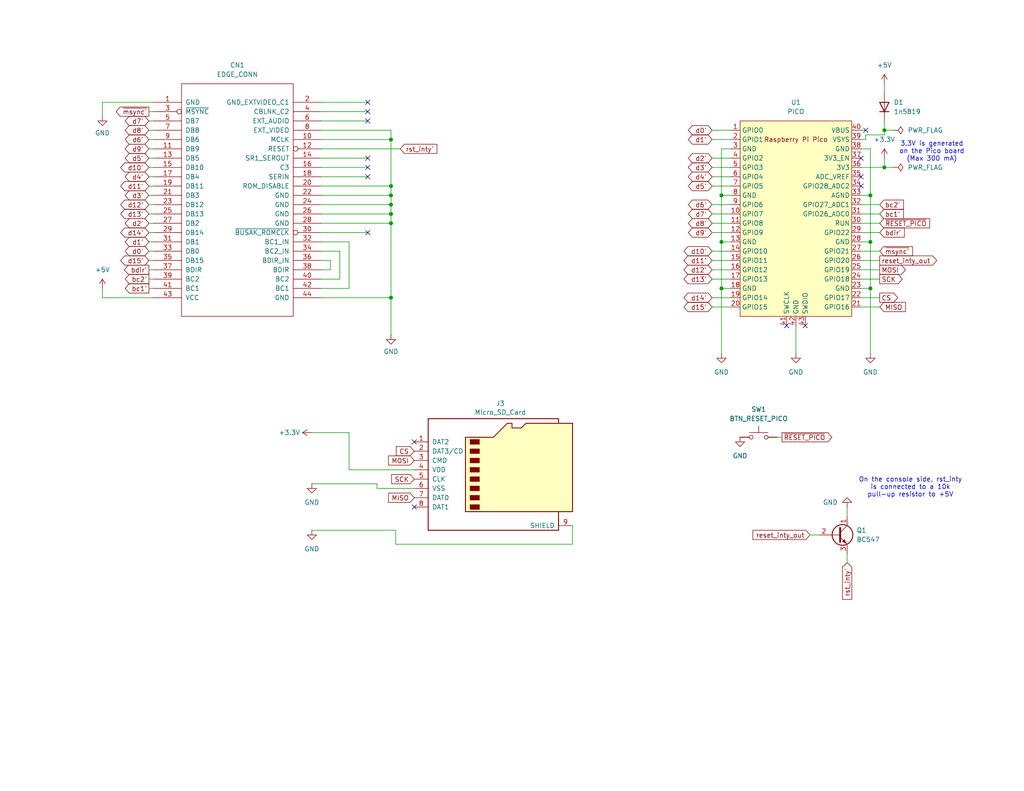
<source format=kicad_sch>
(kicad_sch
	(version 20250114)
	(generator "eeschema")
	(generator_version "9.0")
	(uuid "e63e39d7-6ac0-4ffd-8aa3-1841a4541b55")
	(paper "A")
	(title_block
		(title "PiRTO II duo")
		(date "2024-07-05")
		(rev "2git")
		(company "Andrea Ottaviani/SukkoPera")
		(comment 1 "github.com/SukkoPera/PiRTOII-OP")
		(comment 2 "Original project: https://github.com/aotta/PiRTOII")
	)
	(lib_symbols
		(symbol "Connector:Micro_SD_Card"
			(pin_names
				(offset 1.016)
			)
			(exclude_from_sim no)
			(in_bom yes)
			(on_board yes)
			(property "Reference" "J"
				(at -16.51 15.24 0)
				(effects
					(font
						(size 1.27 1.27)
					)
				)
			)
			(property "Value" "Micro_SD_Card"
				(at 16.51 15.24 0)
				(effects
					(font
						(size 1.27 1.27)
					)
					(justify right)
				)
			)
			(property "Footprint" ""
				(at 29.21 7.62 0)
				(effects
					(font
						(size 1.27 1.27)
					)
					(hide yes)
				)
			)
			(property "Datasheet" "https://www.we-online.com/components/products/datasheet/693072010801.pdf"
				(at 0 0 0)
				(effects
					(font
						(size 1.27 1.27)
					)
					(hide yes)
				)
			)
			(property "Description" "Micro SD Card Socket"
				(at 0 0 0)
				(effects
					(font
						(size 1.27 1.27)
					)
					(hide yes)
				)
			)
			(property "ki_keywords" "connector SD microsd"
				(at 0 0 0)
				(effects
					(font
						(size 1.27 1.27)
					)
					(hide yes)
				)
			)
			(property "ki_fp_filters" "microSD*"
				(at 0 0 0)
				(effects
					(font
						(size 1.27 1.27)
					)
					(hide yes)
				)
			)
			(symbol "Micro_SD_Card_0_1"
				(polyline
					(pts
						(xy -8.89 -11.43) (xy -8.89 8.89) (xy -1.27 8.89) (xy 2.54 12.7) (xy 3.81 12.7) (xy 3.81 11.43)
						(xy 6.35 11.43) (xy 7.62 12.7) (xy 20.32 12.7) (xy 20.32 -11.43) (xy -8.89 -11.43)
					)
					(stroke
						(width 0.254)
						(type default)
					)
					(fill
						(type background)
					)
				)
				(rectangle
					(start -7.62 8.255)
					(end -5.08 6.985)
					(stroke
						(width 0)
						(type default)
					)
					(fill
						(type outline)
					)
				)
				(rectangle
					(start -7.62 5.715)
					(end -5.08 4.445)
					(stroke
						(width 0)
						(type default)
					)
					(fill
						(type outline)
					)
				)
				(rectangle
					(start -7.62 3.175)
					(end -5.08 1.905)
					(stroke
						(width 0)
						(type default)
					)
					(fill
						(type outline)
					)
				)
				(rectangle
					(start -7.62 0.635)
					(end -5.08 -0.635)
					(stroke
						(width 0)
						(type default)
					)
					(fill
						(type outline)
					)
				)
				(rectangle
					(start -7.62 -1.905)
					(end -5.08 -3.175)
					(stroke
						(width 0)
						(type default)
					)
					(fill
						(type outline)
					)
				)
				(rectangle
					(start -7.62 -4.445)
					(end -5.08 -5.715)
					(stroke
						(width 0)
						(type default)
					)
					(fill
						(type outline)
					)
				)
				(rectangle
					(start -7.62 -6.985)
					(end -5.08 -8.255)
					(stroke
						(width 0)
						(type default)
					)
					(fill
						(type outline)
					)
				)
				(rectangle
					(start -7.62 -9.525)
					(end -5.08 -10.795)
					(stroke
						(width 0)
						(type default)
					)
					(fill
						(type outline)
					)
				)
				(polyline
					(pts
						(xy 16.51 12.7) (xy 16.51 13.97) (xy -19.05 13.97) (xy -19.05 -16.51) (xy 16.51 -16.51) (xy 16.51 -11.43)
					)
					(stroke
						(width 0.254)
						(type default)
					)
					(fill
						(type none)
					)
				)
			)
			(symbol "Micro_SD_Card_1_1"
				(pin bidirectional line
					(at -22.86 7.62 0)
					(length 3.81)
					(name "DAT2"
						(effects
							(font
								(size 1.27 1.27)
							)
						)
					)
					(number "1"
						(effects
							(font
								(size 1.27 1.27)
							)
						)
					)
				)
				(pin bidirectional line
					(at -22.86 5.08 0)
					(length 3.81)
					(name "DAT3/CD"
						(effects
							(font
								(size 1.27 1.27)
							)
						)
					)
					(number "2"
						(effects
							(font
								(size 1.27 1.27)
							)
						)
					)
				)
				(pin input line
					(at -22.86 2.54 0)
					(length 3.81)
					(name "CMD"
						(effects
							(font
								(size 1.27 1.27)
							)
						)
					)
					(number "3"
						(effects
							(font
								(size 1.27 1.27)
							)
						)
					)
				)
				(pin power_in line
					(at -22.86 0 0)
					(length 3.81)
					(name "VDD"
						(effects
							(font
								(size 1.27 1.27)
							)
						)
					)
					(number "4"
						(effects
							(font
								(size 1.27 1.27)
							)
						)
					)
				)
				(pin input line
					(at -22.86 -2.54 0)
					(length 3.81)
					(name "CLK"
						(effects
							(font
								(size 1.27 1.27)
							)
						)
					)
					(number "5"
						(effects
							(font
								(size 1.27 1.27)
							)
						)
					)
				)
				(pin power_in line
					(at -22.86 -5.08 0)
					(length 3.81)
					(name "VSS"
						(effects
							(font
								(size 1.27 1.27)
							)
						)
					)
					(number "6"
						(effects
							(font
								(size 1.27 1.27)
							)
						)
					)
				)
				(pin bidirectional line
					(at -22.86 -7.62 0)
					(length 3.81)
					(name "DAT0"
						(effects
							(font
								(size 1.27 1.27)
							)
						)
					)
					(number "7"
						(effects
							(font
								(size 1.27 1.27)
							)
						)
					)
				)
				(pin bidirectional line
					(at -22.86 -10.16 0)
					(length 3.81)
					(name "DAT1"
						(effects
							(font
								(size 1.27 1.27)
							)
						)
					)
					(number "8"
						(effects
							(font
								(size 1.27 1.27)
							)
						)
					)
				)
				(pin passive line
					(at 20.32 -15.24 180)
					(length 3.81)
					(name "SHIELD"
						(effects
							(font
								(size 1.27 1.27)
							)
						)
					)
					(number "9"
						(effects
							(font
								(size 1.27 1.27)
							)
						)
					)
				)
			)
			(embedded_fonts no)
		)
		(symbol "Device:D"
			(pin_numbers
				(hide yes)
			)
			(pin_names
				(offset 1.016)
				(hide yes)
			)
			(exclude_from_sim no)
			(in_bom yes)
			(on_board yes)
			(property "Reference" "D"
				(at 0 2.54 0)
				(effects
					(font
						(size 1.27 1.27)
					)
				)
			)
			(property "Value" "D"
				(at 0 -2.54 0)
				(effects
					(font
						(size 1.27 1.27)
					)
				)
			)
			(property "Footprint" ""
				(at 0 0 0)
				(effects
					(font
						(size 1.27 1.27)
					)
					(hide yes)
				)
			)
			(property "Datasheet" "~"
				(at 0 0 0)
				(effects
					(font
						(size 1.27 1.27)
					)
					(hide yes)
				)
			)
			(property "Description" "Diode"
				(at 0 0 0)
				(effects
					(font
						(size 1.27 1.27)
					)
					(hide yes)
				)
			)
			(property "Sim.Device" "D"
				(at 0 0 0)
				(effects
					(font
						(size 1.27 1.27)
					)
					(hide yes)
				)
			)
			(property "Sim.Pins" "1=K 2=A"
				(at 0 0 0)
				(effects
					(font
						(size 1.27 1.27)
					)
					(hide yes)
				)
			)
			(property "ki_keywords" "diode"
				(at 0 0 0)
				(effects
					(font
						(size 1.27 1.27)
					)
					(hide yes)
				)
			)
			(property "ki_fp_filters" "TO-???* *_Diode_* *SingleDiode* D_*"
				(at 0 0 0)
				(effects
					(font
						(size 1.27 1.27)
					)
					(hide yes)
				)
			)
			(symbol "D_0_1"
				(polyline
					(pts
						(xy -1.27 1.27) (xy -1.27 -1.27)
					)
					(stroke
						(width 0.254)
						(type default)
					)
					(fill
						(type none)
					)
				)
				(polyline
					(pts
						(xy 1.27 1.27) (xy 1.27 -1.27) (xy -1.27 0) (xy 1.27 1.27)
					)
					(stroke
						(width 0.254)
						(type default)
					)
					(fill
						(type none)
					)
				)
				(polyline
					(pts
						(xy 1.27 0) (xy -1.27 0)
					)
					(stroke
						(width 0)
						(type default)
					)
					(fill
						(type none)
					)
				)
			)
			(symbol "D_1_1"
				(pin passive line
					(at -3.81 0 0)
					(length 2.54)
					(name "K"
						(effects
							(font
								(size 1.27 1.27)
							)
						)
					)
					(number "1"
						(effects
							(font
								(size 1.27 1.27)
							)
						)
					)
				)
				(pin passive line
					(at 3.81 0 180)
					(length 2.54)
					(name "A"
						(effects
							(font
								(size 1.27 1.27)
							)
						)
					)
					(number "2"
						(effects
							(font
								(size 1.27 1.27)
							)
						)
					)
				)
			)
			(embedded_fonts no)
		)
		(symbol "INTELLIVISION_CART_CONN:INTELLIVISION_CART_CONN"
			(pin_names
				(offset 1.016)
			)
			(exclude_from_sim no)
			(in_bom yes)
			(on_board yes)
			(property "Reference" "U"
				(at 0 33.782 0)
				(effects
					(font
						(size 1.27 1.27)
					)
				)
			)
			(property "Value" "INTELLIVISION_CART_CONN"
				(at 0 -33.782 0)
				(effects
					(font
						(size 1.27 1.27)
					)
				)
			)
			(property "Footprint" "MODULE"
				(at 0 0 0)
				(effects
					(font
						(size 1.27 1.27)
					)
					(hide yes)
				)
			)
			(property "Datasheet" "https://wiki.intellivision.us/index.php/Cartridge_Port"
				(at 0 0 0)
				(effects
					(font
						(size 1.27 1.27)
					)
					(hide yes)
				)
			)
			(property "Description" ""
				(at 0 0 0)
				(effects
					(font
						(size 1.27 1.27)
					)
					(hide yes)
				)
			)
			(property "ki_keywords" "intellivision cartridge edge"
				(at 0 0 0)
				(effects
					(font
						(size 1.27 1.27)
					)
					(hide yes)
				)
			)
			(symbol "INTELLIVISION_CART_CONN_1_0"
				(rectangle
					(start -15.24 31.75)
					(end 15.24 -31.75)
					(stroke
						(width 0)
						(type solid)
					)
					(fill
						(type none)
					)
				)
			)
			(symbol "INTELLIVISION_CART_CONN_1_1"
				(pin passive line
					(at -22.86 26.67 0)
					(length 7.62)
					(name "GND"
						(effects
							(font
								(size 1.27 1.27)
							)
						)
					)
					(number "1"
						(effects
							(font
								(size 1.27 1.27)
							)
						)
					)
				)
				(pin output inverted
					(at -22.86 24.13 0)
					(length 7.62)
					(name "~{MSYNC}"
						(effects
							(font
								(size 1.27 1.27)
							)
						)
					)
					(number "3"
						(effects
							(font
								(size 1.27 1.27)
							)
						)
					)
				)
				(pin bidirectional line
					(at -22.86 21.59 0)
					(length 7.62)
					(name "DB7"
						(effects
							(font
								(size 1.27 1.27)
							)
						)
					)
					(number "5"
						(effects
							(font
								(size 1.27 1.27)
							)
						)
					)
				)
				(pin bidirectional line
					(at -22.86 19.05 0)
					(length 7.62)
					(name "DB8"
						(effects
							(font
								(size 1.27 1.27)
							)
						)
					)
					(number "7"
						(effects
							(font
								(size 1.27 1.27)
							)
						)
					)
				)
				(pin bidirectional line
					(at -22.86 16.51 0)
					(length 7.62)
					(name "DB6"
						(effects
							(font
								(size 1.27 1.27)
							)
						)
					)
					(number "9"
						(effects
							(font
								(size 1.27 1.27)
							)
						)
					)
				)
				(pin bidirectional line
					(at -22.86 13.97 0)
					(length 7.62)
					(name "DB9"
						(effects
							(font
								(size 1.27 1.27)
							)
						)
					)
					(number "11"
						(effects
							(font
								(size 1.27 1.27)
							)
						)
					)
				)
				(pin bidirectional line
					(at -22.86 11.43 0)
					(length 7.62)
					(name "DB5"
						(effects
							(font
								(size 1.27 1.27)
							)
						)
					)
					(number "13"
						(effects
							(font
								(size 1.27 1.27)
							)
						)
					)
				)
				(pin bidirectional line
					(at -22.86 8.89 0)
					(length 7.62)
					(name "DB10"
						(effects
							(font
								(size 1.27 1.27)
							)
						)
					)
					(number "15"
						(effects
							(font
								(size 1.27 1.27)
							)
						)
					)
				)
				(pin bidirectional line
					(at -22.86 6.35 0)
					(length 7.62)
					(name "DB4"
						(effects
							(font
								(size 1.27 1.27)
							)
						)
					)
					(number "17"
						(effects
							(font
								(size 1.27 1.27)
							)
						)
					)
				)
				(pin bidirectional line
					(at -22.86 3.81 0)
					(length 7.62)
					(name "DB11"
						(effects
							(font
								(size 1.27 1.27)
							)
						)
					)
					(number "19"
						(effects
							(font
								(size 1.27 1.27)
							)
						)
					)
				)
				(pin bidirectional line
					(at -22.86 1.27 0)
					(length 7.62)
					(name "DB3"
						(effects
							(font
								(size 1.27 1.27)
							)
						)
					)
					(number "21"
						(effects
							(font
								(size 1.27 1.27)
							)
						)
					)
				)
				(pin bidirectional line
					(at -22.86 -1.27 0)
					(length 7.62)
					(name "DB12"
						(effects
							(font
								(size 1.27 1.27)
							)
						)
					)
					(number "23"
						(effects
							(font
								(size 1.27 1.27)
							)
						)
					)
				)
				(pin bidirectional line
					(at -22.86 -3.81 0)
					(length 7.62)
					(name "DB13"
						(effects
							(font
								(size 1.27 1.27)
							)
						)
					)
					(number "25"
						(effects
							(font
								(size 1.27 1.27)
							)
						)
					)
				)
				(pin bidirectional line
					(at -22.86 -6.35 0)
					(length 7.62)
					(name "DB2"
						(effects
							(font
								(size 1.27 1.27)
							)
						)
					)
					(number "27"
						(effects
							(font
								(size 1.27 1.27)
							)
						)
					)
				)
				(pin bidirectional line
					(at -22.86 -8.89 0)
					(length 7.62)
					(name "DB14"
						(effects
							(font
								(size 1.27 1.27)
							)
						)
					)
					(number "29"
						(effects
							(font
								(size 1.27 1.27)
							)
						)
					)
				)
				(pin bidirectional line
					(at -22.86 -11.43 0)
					(length 7.62)
					(name "DB1"
						(effects
							(font
								(size 1.27 1.27)
							)
						)
					)
					(number "31"
						(effects
							(font
								(size 1.27 1.27)
							)
						)
					)
				)
				(pin bidirectional line
					(at -22.86 -13.97 0)
					(length 7.62)
					(name "DB0"
						(effects
							(font
								(size 1.27 1.27)
							)
						)
					)
					(number "33"
						(effects
							(font
								(size 1.27 1.27)
							)
						)
					)
				)
				(pin input line
					(at -22.86 -16.51 0)
					(length 7.62)
					(name "DB15"
						(effects
							(font
								(size 1.27 1.27)
							)
						)
					)
					(number "35"
						(effects
							(font
								(size 1.27 1.27)
							)
						)
					)
				)
				(pin output line
					(at -22.86 -19.05 0)
					(length 7.62)
					(name "BDIR"
						(effects
							(font
								(size 1.27 1.27)
							)
						)
					)
					(number "37"
						(effects
							(font
								(size 1.27 1.27)
							)
						)
					)
				)
				(pin output line
					(at -22.86 -21.59 0)
					(length 7.62)
					(name "BC2"
						(effects
							(font
								(size 1.27 1.27)
							)
						)
					)
					(number "39"
						(effects
							(font
								(size 1.27 1.27)
							)
						)
					)
				)
				(pin output line
					(at -22.86 -24.13 0)
					(length 7.62)
					(name "BC1"
						(effects
							(font
								(size 1.27 1.27)
							)
						)
					)
					(number "41"
						(effects
							(font
								(size 1.27 1.27)
							)
						)
					)
				)
				(pin power_out line
					(at -22.86 -26.67 0)
					(length 7.62)
					(name "VCC"
						(effects
							(font
								(size 1.27 1.27)
							)
						)
					)
					(number "43"
						(effects
							(font
								(size 1.27 1.27)
							)
						)
					)
				)
				(pin passive line
					(at 22.86 26.67 180)
					(length 7.62)
					(name "GND_EXTVIDEO_C1"
						(effects
							(font
								(size 1.27 1.27)
							)
						)
					)
					(number "2"
						(effects
							(font
								(size 1.27 1.27)
							)
						)
					)
				)
				(pin output line
					(at 22.86 24.13 180)
					(length 7.62)
					(name "CBLNK_C2"
						(effects
							(font
								(size 1.27 1.27)
							)
						)
					)
					(number "4"
						(effects
							(font
								(size 1.27 1.27)
							)
						)
					)
				)
				(pin input line
					(at 22.86 21.59 180)
					(length 7.62)
					(name "EXT_AUDIO"
						(effects
							(font
								(size 1.27 1.27)
							)
						)
					)
					(number "6"
						(effects
							(font
								(size 1.27 1.27)
							)
						)
					)
				)
				(pin input line
					(at 22.86 19.05 180)
					(length 7.62)
					(name "EXT_VIDEO"
						(effects
							(font
								(size 1.27 1.27)
							)
						)
					)
					(number "8"
						(effects
							(font
								(size 1.27 1.27)
							)
						)
					)
				)
				(pin output line
					(at 22.86 16.51 180)
					(length 7.62)
					(name "MCLK"
						(effects
							(font
								(size 1.27 1.27)
							)
						)
					)
					(number "10"
						(effects
							(font
								(size 1.27 1.27)
							)
						)
					)
				)
				(pin input inverted
					(at 22.86 13.97 180)
					(length 7.62)
					(name "RESET"
						(effects
							(font
								(size 1.27 1.27)
							)
						)
					)
					(number "12"
						(effects
							(font
								(size 1.27 1.27)
							)
						)
					)
				)
				(pin output line
					(at 22.86 11.43 180)
					(length 7.62)
					(name "SR1_SEROUT"
						(effects
							(font
								(size 1.27 1.27)
							)
						)
					)
					(number "14"
						(effects
							(font
								(size 1.27 1.27)
							)
						)
					)
				)
				(pin output line
					(at 22.86 8.89 180)
					(length 7.62)
					(name "C3"
						(effects
							(font
								(size 1.27 1.27)
							)
						)
					)
					(number "16"
						(effects
							(font
								(size 1.27 1.27)
							)
						)
					)
				)
				(pin input line
					(at 22.86 6.35 180)
					(length 7.62)
					(name "SERIN"
						(effects
							(font
								(size 1.27 1.27)
							)
						)
					)
					(number "18"
						(effects
							(font
								(size 1.27 1.27)
							)
						)
					)
				)
				(pin input line
					(at 22.86 3.81 180)
					(length 7.62)
					(name "ROM_DISABLE"
						(effects
							(font
								(size 1.27 1.27)
							)
						)
					)
					(number "20"
						(effects
							(font
								(size 1.27 1.27)
							)
						)
					)
				)
				(pin passive line
					(at 22.86 1.27 180)
					(length 7.62)
					(name "GND"
						(effects
							(font
								(size 1.27 1.27)
							)
						)
					)
					(number "22"
						(effects
							(font
								(size 1.27 1.27)
							)
						)
					)
				)
				(pin passive line
					(at 22.86 -1.27 180)
					(length 7.62)
					(name "GND"
						(effects
							(font
								(size 1.27 1.27)
							)
						)
					)
					(number "24"
						(effects
							(font
								(size 1.27 1.27)
							)
						)
					)
				)
				(pin passive line
					(at 22.86 -3.81 180)
					(length 7.62)
					(name "GND"
						(effects
							(font
								(size 1.27 1.27)
							)
						)
					)
					(number "26"
						(effects
							(font
								(size 1.27 1.27)
							)
						)
					)
				)
				(pin passive line
					(at 22.86 -6.35 180)
					(length 7.62)
					(name "GND"
						(effects
							(font
								(size 1.27 1.27)
							)
						)
					)
					(number "28"
						(effects
							(font
								(size 1.27 1.27)
							)
						)
					)
				)
				(pin output inverted
					(at 22.86 -8.89 180)
					(length 7.62)
					(name "~{BUSAK_ROMCLK}"
						(effects
							(font
								(size 1.27 1.27)
							)
						)
					)
					(number "30"
						(effects
							(font
								(size 1.27 1.27)
							)
						)
					)
				)
				(pin input line
					(at 22.86 -11.43 180)
					(length 7.62)
					(name "BC1_IN"
						(effects
							(font
								(size 1.27 1.27)
							)
						)
					)
					(number "32"
						(effects
							(font
								(size 1.27 1.27)
							)
						)
					)
				)
				(pin input line
					(at 22.86 -13.97 180)
					(length 7.62)
					(name "BC2_IN"
						(effects
							(font
								(size 1.27 1.27)
							)
						)
					)
					(number "34"
						(effects
							(font
								(size 1.27 1.27)
							)
						)
					)
				)
				(pin input line
					(at 22.86 -16.51 180)
					(length 7.62)
					(name "BDIR_IN"
						(effects
							(font
								(size 1.27 1.27)
							)
						)
					)
					(number "36"
						(effects
							(font
								(size 1.27 1.27)
							)
						)
					)
				)
				(pin output line
					(at 22.86 -19.05 180)
					(length 7.62)
					(name "BDIR"
						(effects
							(font
								(size 1.27 1.27)
							)
						)
					)
					(number "38"
						(effects
							(font
								(size 1.27 1.27)
							)
						)
					)
				)
				(pin output line
					(at 22.86 -21.59 180)
					(length 7.62)
					(name "BC2"
						(effects
							(font
								(size 1.27 1.27)
							)
						)
					)
					(number "40"
						(effects
							(font
								(size 1.27 1.27)
							)
						)
					)
				)
				(pin output line
					(at 22.86 -24.13 180)
					(length 7.62)
					(name "BC1"
						(effects
							(font
								(size 1.27 1.27)
							)
						)
					)
					(number "42"
						(effects
							(font
								(size 1.27 1.27)
							)
						)
					)
				)
				(pin power_out line
					(at 22.86 -26.67 180)
					(length 7.62)
					(name "GND"
						(effects
							(font
								(size 1.27 1.27)
							)
						)
					)
					(number "44"
						(effects
							(font
								(size 1.27 1.27)
							)
						)
					)
				)
			)
			(embedded_fonts no)
		)
		(symbol "MCU_RaspberryPi_and_Boards:Pico"
			(exclude_from_sim no)
			(in_bom yes)
			(on_board yes)
			(property "Reference" "U"
				(at -13.97 27.94 0)
				(effects
					(font
						(size 1.27 1.27)
					)
				)
			)
			(property "Value" "Pico"
				(at 0 19.05 0)
				(effects
					(font
						(size 1.27 1.27)
					)
				)
			)
			(property "Footprint" "RPi_Pico:RPi_Pico_SMD_TH"
				(at 0 0 90)
				(effects
					(font
						(size 1.27 1.27)
					)
					(hide yes)
				)
			)
			(property "Datasheet" ""
				(at 0 0 0)
				(effects
					(font
						(size 1.27 1.27)
					)
					(hide yes)
				)
			)
			(property "Description" ""
				(at 0 0 0)
				(effects
					(font
						(size 1.27 1.27)
					)
					(hide yes)
				)
			)
			(symbol "Pico_0_0"
				(text "Raspberry Pi Pico"
					(at 0 21.59 0)
					(effects
						(font
							(size 1.27 1.27)
						)
					)
				)
			)
			(symbol "Pico_0_1"
				(rectangle
					(start -15.24 26.67)
					(end 15.24 -26.67)
					(stroke
						(width 0)
						(type default)
					)
					(fill
						(type background)
					)
				)
			)
			(symbol "Pico_1_1"
				(pin bidirectional line
					(at -17.78 24.13 0)
					(length 2.54)
					(name "GPIO0"
						(effects
							(font
								(size 1.27 1.27)
							)
						)
					)
					(number "1"
						(effects
							(font
								(size 1.27 1.27)
							)
						)
					)
				)
				(pin bidirectional line
					(at -17.78 21.59 0)
					(length 2.54)
					(name "GPIO1"
						(effects
							(font
								(size 1.27 1.27)
							)
						)
					)
					(number "2"
						(effects
							(font
								(size 1.27 1.27)
							)
						)
					)
				)
				(pin power_in line
					(at -17.78 19.05 0)
					(length 2.54)
					(name "GND"
						(effects
							(font
								(size 1.27 1.27)
							)
						)
					)
					(number "3"
						(effects
							(font
								(size 1.27 1.27)
							)
						)
					)
				)
				(pin bidirectional line
					(at -17.78 16.51 0)
					(length 2.54)
					(name "GPIO2"
						(effects
							(font
								(size 1.27 1.27)
							)
						)
					)
					(number "4"
						(effects
							(font
								(size 1.27 1.27)
							)
						)
					)
				)
				(pin bidirectional line
					(at -17.78 13.97 0)
					(length 2.54)
					(name "GPIO3"
						(effects
							(font
								(size 1.27 1.27)
							)
						)
					)
					(number "5"
						(effects
							(font
								(size 1.27 1.27)
							)
						)
					)
				)
				(pin bidirectional line
					(at -17.78 11.43 0)
					(length 2.54)
					(name "GPIO4"
						(effects
							(font
								(size 1.27 1.27)
							)
						)
					)
					(number "6"
						(effects
							(font
								(size 1.27 1.27)
							)
						)
					)
				)
				(pin bidirectional line
					(at -17.78 8.89 0)
					(length 2.54)
					(name "GPIO5"
						(effects
							(font
								(size 1.27 1.27)
							)
						)
					)
					(number "7"
						(effects
							(font
								(size 1.27 1.27)
							)
						)
					)
				)
				(pin power_in line
					(at -17.78 6.35 0)
					(length 2.54)
					(name "GND"
						(effects
							(font
								(size 1.27 1.27)
							)
						)
					)
					(number "8"
						(effects
							(font
								(size 1.27 1.27)
							)
						)
					)
				)
				(pin bidirectional line
					(at -17.78 3.81 0)
					(length 2.54)
					(name "GPIO6"
						(effects
							(font
								(size 1.27 1.27)
							)
						)
					)
					(number "9"
						(effects
							(font
								(size 1.27 1.27)
							)
						)
					)
				)
				(pin bidirectional line
					(at -17.78 1.27 0)
					(length 2.54)
					(name "GPIO7"
						(effects
							(font
								(size 1.27 1.27)
							)
						)
					)
					(number "10"
						(effects
							(font
								(size 1.27 1.27)
							)
						)
					)
				)
				(pin bidirectional line
					(at -17.78 -1.27 0)
					(length 2.54)
					(name "GPIO8"
						(effects
							(font
								(size 1.27 1.27)
							)
						)
					)
					(number "11"
						(effects
							(font
								(size 1.27 1.27)
							)
						)
					)
				)
				(pin bidirectional line
					(at -17.78 -3.81 0)
					(length 2.54)
					(name "GPIO9"
						(effects
							(font
								(size 1.27 1.27)
							)
						)
					)
					(number "12"
						(effects
							(font
								(size 1.27 1.27)
							)
						)
					)
				)
				(pin power_in line
					(at -17.78 -6.35 0)
					(length 2.54)
					(name "GND"
						(effects
							(font
								(size 1.27 1.27)
							)
						)
					)
					(number "13"
						(effects
							(font
								(size 1.27 1.27)
							)
						)
					)
				)
				(pin bidirectional line
					(at -17.78 -8.89 0)
					(length 2.54)
					(name "GPIO10"
						(effects
							(font
								(size 1.27 1.27)
							)
						)
					)
					(number "14"
						(effects
							(font
								(size 1.27 1.27)
							)
						)
					)
				)
				(pin bidirectional line
					(at -17.78 -11.43 0)
					(length 2.54)
					(name "GPIO11"
						(effects
							(font
								(size 1.27 1.27)
							)
						)
					)
					(number "15"
						(effects
							(font
								(size 1.27 1.27)
							)
						)
					)
				)
				(pin bidirectional line
					(at -17.78 -13.97 0)
					(length 2.54)
					(name "GPIO12"
						(effects
							(font
								(size 1.27 1.27)
							)
						)
					)
					(number "16"
						(effects
							(font
								(size 1.27 1.27)
							)
						)
					)
				)
				(pin bidirectional line
					(at -17.78 -16.51 0)
					(length 2.54)
					(name "GPIO13"
						(effects
							(font
								(size 1.27 1.27)
							)
						)
					)
					(number "17"
						(effects
							(font
								(size 1.27 1.27)
							)
						)
					)
				)
				(pin power_in line
					(at -17.78 -19.05 0)
					(length 2.54)
					(name "GND"
						(effects
							(font
								(size 1.27 1.27)
							)
						)
					)
					(number "18"
						(effects
							(font
								(size 1.27 1.27)
							)
						)
					)
				)
				(pin bidirectional line
					(at -17.78 -21.59 0)
					(length 2.54)
					(name "GPIO14"
						(effects
							(font
								(size 1.27 1.27)
							)
						)
					)
					(number "19"
						(effects
							(font
								(size 1.27 1.27)
							)
						)
					)
				)
				(pin bidirectional line
					(at -17.78 -24.13 0)
					(length 2.54)
					(name "GPIO15"
						(effects
							(font
								(size 1.27 1.27)
							)
						)
					)
					(number "20"
						(effects
							(font
								(size 1.27 1.27)
							)
						)
					)
				)
				(pin input line
					(at -2.54 -29.21 90)
					(length 2.54)
					(name "SWCLK"
						(effects
							(font
								(size 1.27 1.27)
							)
						)
					)
					(number "41"
						(effects
							(font
								(size 1.27 1.27)
							)
						)
					)
				)
				(pin power_in line
					(at 0 -29.21 90)
					(length 2.54)
					(name "GND"
						(effects
							(font
								(size 1.27 1.27)
							)
						)
					)
					(number "42"
						(effects
							(font
								(size 1.27 1.27)
							)
						)
					)
				)
				(pin bidirectional line
					(at 2.54 -29.21 90)
					(length 2.54)
					(name "SWDIO"
						(effects
							(font
								(size 1.27 1.27)
							)
						)
					)
					(number "43"
						(effects
							(font
								(size 1.27 1.27)
							)
						)
					)
				)
				(pin power_in line
					(at 17.78 24.13 180)
					(length 2.54)
					(name "VBUS"
						(effects
							(font
								(size 1.27 1.27)
							)
						)
					)
					(number "40"
						(effects
							(font
								(size 1.27 1.27)
							)
						)
					)
				)
				(pin power_in line
					(at 17.78 21.59 180)
					(length 2.54)
					(name "VSYS"
						(effects
							(font
								(size 1.27 1.27)
							)
						)
					)
					(number "39"
						(effects
							(font
								(size 1.27 1.27)
							)
						)
					)
				)
				(pin bidirectional line
					(at 17.78 19.05 180)
					(length 2.54)
					(name "GND"
						(effects
							(font
								(size 1.27 1.27)
							)
						)
					)
					(number "38"
						(effects
							(font
								(size 1.27 1.27)
							)
						)
					)
				)
				(pin input line
					(at 17.78 16.51 180)
					(length 2.54)
					(name "3V3_EN"
						(effects
							(font
								(size 1.27 1.27)
							)
						)
					)
					(number "37"
						(effects
							(font
								(size 1.27 1.27)
							)
						)
					)
				)
				(pin power_in line
					(at 17.78 13.97 180)
					(length 2.54)
					(name "3V3"
						(effects
							(font
								(size 1.27 1.27)
							)
						)
					)
					(number "36"
						(effects
							(font
								(size 1.27 1.27)
							)
						)
					)
				)
				(pin power_in line
					(at 17.78 11.43 180)
					(length 2.54)
					(name "ADC_VREF"
						(effects
							(font
								(size 1.27 1.27)
							)
						)
					)
					(number "35"
						(effects
							(font
								(size 1.27 1.27)
							)
						)
					)
				)
				(pin bidirectional line
					(at 17.78 8.89 180)
					(length 2.54)
					(name "GPIO28_ADC2"
						(effects
							(font
								(size 1.27 1.27)
							)
						)
					)
					(number "34"
						(effects
							(font
								(size 1.27 1.27)
							)
						)
					)
				)
				(pin power_in line
					(at 17.78 6.35 180)
					(length 2.54)
					(name "AGND"
						(effects
							(font
								(size 1.27 1.27)
							)
						)
					)
					(number "33"
						(effects
							(font
								(size 1.27 1.27)
							)
						)
					)
				)
				(pin bidirectional line
					(at 17.78 3.81 180)
					(length 2.54)
					(name "GPIO27_ADC1"
						(effects
							(font
								(size 1.27 1.27)
							)
						)
					)
					(number "32"
						(effects
							(font
								(size 1.27 1.27)
							)
						)
					)
				)
				(pin bidirectional line
					(at 17.78 1.27 180)
					(length 2.54)
					(name "GPIO26_ADC0"
						(effects
							(font
								(size 1.27 1.27)
							)
						)
					)
					(number "31"
						(effects
							(font
								(size 1.27 1.27)
							)
						)
					)
				)
				(pin input line
					(at 17.78 -1.27 180)
					(length 2.54)
					(name "RUN"
						(effects
							(font
								(size 1.27 1.27)
							)
						)
					)
					(number "30"
						(effects
							(font
								(size 1.27 1.27)
							)
						)
					)
				)
				(pin bidirectional line
					(at 17.78 -3.81 180)
					(length 2.54)
					(name "GPIO22"
						(effects
							(font
								(size 1.27 1.27)
							)
						)
					)
					(number "29"
						(effects
							(font
								(size 1.27 1.27)
							)
						)
					)
				)
				(pin power_in line
					(at 17.78 -6.35 180)
					(length 2.54)
					(name "GND"
						(effects
							(font
								(size 1.27 1.27)
							)
						)
					)
					(number "28"
						(effects
							(font
								(size 1.27 1.27)
							)
						)
					)
				)
				(pin bidirectional line
					(at 17.78 -8.89 180)
					(length 2.54)
					(name "GPIO21"
						(effects
							(font
								(size 1.27 1.27)
							)
						)
					)
					(number "27"
						(effects
							(font
								(size 1.27 1.27)
							)
						)
					)
				)
				(pin bidirectional line
					(at 17.78 -11.43 180)
					(length 2.54)
					(name "GPIO20"
						(effects
							(font
								(size 1.27 1.27)
							)
						)
					)
					(number "26"
						(effects
							(font
								(size 1.27 1.27)
							)
						)
					)
				)
				(pin bidirectional line
					(at 17.78 -13.97 180)
					(length 2.54)
					(name "GPIO19"
						(effects
							(font
								(size 1.27 1.27)
							)
						)
					)
					(number "25"
						(effects
							(font
								(size 1.27 1.27)
							)
						)
					)
				)
				(pin bidirectional line
					(at 17.78 -16.51 180)
					(length 2.54)
					(name "GPIO18"
						(effects
							(font
								(size 1.27 1.27)
							)
						)
					)
					(number "24"
						(effects
							(font
								(size 1.27 1.27)
							)
						)
					)
				)
				(pin power_in line
					(at 17.78 -19.05 180)
					(length 2.54)
					(name "GND"
						(effects
							(font
								(size 1.27 1.27)
							)
						)
					)
					(number "23"
						(effects
							(font
								(size 1.27 1.27)
							)
						)
					)
				)
				(pin bidirectional line
					(at 17.78 -21.59 180)
					(length 2.54)
					(name "GPIO17"
						(effects
							(font
								(size 1.27 1.27)
							)
						)
					)
					(number "22"
						(effects
							(font
								(size 1.27 1.27)
							)
						)
					)
				)
				(pin bidirectional line
					(at 17.78 -24.13 180)
					(length 2.54)
					(name "GPIO16"
						(effects
							(font
								(size 1.27 1.27)
							)
						)
					)
					(number "21"
						(effects
							(font
								(size 1.27 1.27)
							)
						)
					)
				)
			)
			(embedded_fonts no)
		)
		(symbol "Switch:SW_Push"
			(pin_numbers
				(hide yes)
			)
			(pin_names
				(offset 1.016)
				(hide yes)
			)
			(exclude_from_sim no)
			(in_bom yes)
			(on_board yes)
			(property "Reference" "SW"
				(at 1.27 2.54 0)
				(effects
					(font
						(size 1.27 1.27)
					)
					(justify left)
				)
			)
			(property "Value" "SW_Push"
				(at 0 -1.524 0)
				(effects
					(font
						(size 1.27 1.27)
					)
				)
			)
			(property "Footprint" ""
				(at 0 5.08 0)
				(effects
					(font
						(size 1.27 1.27)
					)
					(hide yes)
				)
			)
			(property "Datasheet" "~"
				(at 0 5.08 0)
				(effects
					(font
						(size 1.27 1.27)
					)
					(hide yes)
				)
			)
			(property "Description" "Push button switch, generic, two pins"
				(at 0 0 0)
				(effects
					(font
						(size 1.27 1.27)
					)
					(hide yes)
				)
			)
			(property "ki_keywords" "switch normally-open pushbutton push-button"
				(at 0 0 0)
				(effects
					(font
						(size 1.27 1.27)
					)
					(hide yes)
				)
			)
			(symbol "SW_Push_0_1"
				(circle
					(center -2.032 0)
					(radius 0.508)
					(stroke
						(width 0)
						(type default)
					)
					(fill
						(type none)
					)
				)
				(polyline
					(pts
						(xy 0 1.27) (xy 0 3.048)
					)
					(stroke
						(width 0)
						(type default)
					)
					(fill
						(type none)
					)
				)
				(circle
					(center 2.032 0)
					(radius 0.508)
					(stroke
						(width 0)
						(type default)
					)
					(fill
						(type none)
					)
				)
				(polyline
					(pts
						(xy 2.54 1.27) (xy -2.54 1.27)
					)
					(stroke
						(width 0)
						(type default)
					)
					(fill
						(type none)
					)
				)
				(pin passive line
					(at -5.08 0 0)
					(length 2.54)
					(name "1"
						(effects
							(font
								(size 1.27 1.27)
							)
						)
					)
					(number "1"
						(effects
							(font
								(size 1.27 1.27)
							)
						)
					)
				)
				(pin passive line
					(at 5.08 0 180)
					(length 2.54)
					(name "2"
						(effects
							(font
								(size 1.27 1.27)
							)
						)
					)
					(number "2"
						(effects
							(font
								(size 1.27 1.27)
							)
						)
					)
				)
			)
			(embedded_fonts no)
		)
		(symbol "Transistor_BJT:BC547"
			(pin_names
				(offset 0)
				(hide yes)
			)
			(exclude_from_sim no)
			(in_bom yes)
			(on_board yes)
			(property "Reference" "Q"
				(at 5.08 1.905 0)
				(effects
					(font
						(size 1.27 1.27)
					)
					(justify left)
				)
			)
			(property "Value" "BC547"
				(at 5.08 0 0)
				(effects
					(font
						(size 1.27 1.27)
					)
					(justify left)
				)
			)
			(property "Footprint" "Package_TO_SOT_THT:TO-92_Inline"
				(at 5.08 -1.905 0)
				(effects
					(font
						(size 1.27 1.27)
						(italic yes)
					)
					(justify left)
					(hide yes)
				)
			)
			(property "Datasheet" "https://www.onsemi.com/pub/Collateral/BC550-D.pdf"
				(at 0 0 0)
				(effects
					(font
						(size 1.27 1.27)
					)
					(justify left)
					(hide yes)
				)
			)
			(property "Description" "0.1A Ic, 45V Vce, Small Signal NPN Transistor, TO-92"
				(at 0 0 0)
				(effects
					(font
						(size 1.27 1.27)
					)
					(hide yes)
				)
			)
			(property "ki_keywords" "NPN Transistor"
				(at 0 0 0)
				(effects
					(font
						(size 1.27 1.27)
					)
					(hide yes)
				)
			)
			(property "ki_fp_filters" "TO?92*"
				(at 0 0 0)
				(effects
					(font
						(size 1.27 1.27)
					)
					(hide yes)
				)
			)
			(symbol "BC547_0_1"
				(polyline
					(pts
						(xy -2.54 0) (xy 0.635 0)
					)
					(stroke
						(width 0)
						(type default)
					)
					(fill
						(type none)
					)
				)
				(polyline
					(pts
						(xy 0.635 1.905) (xy 0.635 -1.905)
					)
					(stroke
						(width 0.508)
						(type default)
					)
					(fill
						(type none)
					)
				)
				(circle
					(center 1.27 0)
					(radius 2.8194)
					(stroke
						(width 0.254)
						(type default)
					)
					(fill
						(type none)
					)
				)
			)
			(symbol "BC547_1_1"
				(polyline
					(pts
						(xy 0.635 0.635) (xy 2.54 2.54)
					)
					(stroke
						(width 0)
						(type default)
					)
					(fill
						(type none)
					)
				)
				(polyline
					(pts
						(xy 0.635 -0.635) (xy 2.54 -2.54)
					)
					(stroke
						(width 0)
						(type default)
					)
					(fill
						(type none)
					)
				)
				(polyline
					(pts
						(xy 1.27 -1.778) (xy 1.778 -1.27) (xy 2.286 -2.286) (xy 1.27 -1.778)
					)
					(stroke
						(width 0)
						(type default)
					)
					(fill
						(type outline)
					)
				)
				(pin input line
					(at -5.08 0 0)
					(length 2.54)
					(name "B"
						(effects
							(font
								(size 1.27 1.27)
							)
						)
					)
					(number "2"
						(effects
							(font
								(size 1.27 1.27)
							)
						)
					)
				)
				(pin passive line
					(at 2.54 5.08 270)
					(length 2.54)
					(name "C"
						(effects
							(font
								(size 1.27 1.27)
							)
						)
					)
					(number "1"
						(effects
							(font
								(size 1.27 1.27)
							)
						)
					)
				)
				(pin passive line
					(at 2.54 -5.08 90)
					(length 2.54)
					(name "E"
						(effects
							(font
								(size 1.27 1.27)
							)
						)
					)
					(number "3"
						(effects
							(font
								(size 1.27 1.27)
							)
						)
					)
				)
			)
			(embedded_fonts no)
		)
		(symbol "power:+3.3V"
			(power)
			(pin_numbers
				(hide yes)
			)
			(pin_names
				(offset 0)
				(hide yes)
			)
			(exclude_from_sim no)
			(in_bom yes)
			(on_board yes)
			(property "Reference" "#PWR"
				(at 0 -3.81 0)
				(effects
					(font
						(size 1.27 1.27)
					)
					(hide yes)
				)
			)
			(property "Value" "+3.3V"
				(at 0 3.556 0)
				(effects
					(font
						(size 1.27 1.27)
					)
				)
			)
			(property "Footprint" ""
				(at 0 0 0)
				(effects
					(font
						(size 1.27 1.27)
					)
					(hide yes)
				)
			)
			(property "Datasheet" ""
				(at 0 0 0)
				(effects
					(font
						(size 1.27 1.27)
					)
					(hide yes)
				)
			)
			(property "Description" "Power symbol creates a global label with name \"+3.3V\""
				(at 0 0 0)
				(effects
					(font
						(size 1.27 1.27)
					)
					(hide yes)
				)
			)
			(property "ki_keywords" "global power"
				(at 0 0 0)
				(effects
					(font
						(size 1.27 1.27)
					)
					(hide yes)
				)
			)
			(symbol "+3.3V_0_1"
				(polyline
					(pts
						(xy -0.762 1.27) (xy 0 2.54)
					)
					(stroke
						(width 0)
						(type default)
					)
					(fill
						(type none)
					)
				)
				(polyline
					(pts
						(xy 0 2.54) (xy 0.762 1.27)
					)
					(stroke
						(width 0)
						(type default)
					)
					(fill
						(type none)
					)
				)
				(polyline
					(pts
						(xy 0 0) (xy 0 2.54)
					)
					(stroke
						(width 0)
						(type default)
					)
					(fill
						(type none)
					)
				)
			)
			(symbol "+3.3V_1_1"
				(pin power_in line
					(at 0 0 90)
					(length 0)
					(name "~"
						(effects
							(font
								(size 1.27 1.27)
							)
						)
					)
					(number "1"
						(effects
							(font
								(size 1.27 1.27)
							)
						)
					)
				)
			)
			(embedded_fonts no)
		)
		(symbol "power:+5V"
			(power)
			(pin_numbers
				(hide yes)
			)
			(pin_names
				(offset 0)
				(hide yes)
			)
			(exclude_from_sim no)
			(in_bom yes)
			(on_board yes)
			(property "Reference" "#PWR"
				(at 0 -3.81 0)
				(effects
					(font
						(size 1.27 1.27)
					)
					(hide yes)
				)
			)
			(property "Value" "+5V"
				(at 0 3.556 0)
				(effects
					(font
						(size 1.27 1.27)
					)
				)
			)
			(property "Footprint" ""
				(at 0 0 0)
				(effects
					(font
						(size 1.27 1.27)
					)
					(hide yes)
				)
			)
			(property "Datasheet" ""
				(at 0 0 0)
				(effects
					(font
						(size 1.27 1.27)
					)
					(hide yes)
				)
			)
			(property "Description" "Power symbol creates a global label with name \"+5V\""
				(at 0 0 0)
				(effects
					(font
						(size 1.27 1.27)
					)
					(hide yes)
				)
			)
			(property "ki_keywords" "global power"
				(at 0 0 0)
				(effects
					(font
						(size 1.27 1.27)
					)
					(hide yes)
				)
			)
			(symbol "+5V_0_1"
				(polyline
					(pts
						(xy -0.762 1.27) (xy 0 2.54)
					)
					(stroke
						(width 0)
						(type default)
					)
					(fill
						(type none)
					)
				)
				(polyline
					(pts
						(xy 0 2.54) (xy 0.762 1.27)
					)
					(stroke
						(width 0)
						(type default)
					)
					(fill
						(type none)
					)
				)
				(polyline
					(pts
						(xy 0 0) (xy 0 2.54)
					)
					(stroke
						(width 0)
						(type default)
					)
					(fill
						(type none)
					)
				)
			)
			(symbol "+5V_1_1"
				(pin power_in line
					(at 0 0 90)
					(length 0)
					(name "~"
						(effects
							(font
								(size 1.27 1.27)
							)
						)
					)
					(number "1"
						(effects
							(font
								(size 1.27 1.27)
							)
						)
					)
				)
			)
			(embedded_fonts no)
		)
		(symbol "power:GND"
			(power)
			(pin_numbers
				(hide yes)
			)
			(pin_names
				(offset 0)
				(hide yes)
			)
			(exclude_from_sim no)
			(in_bom yes)
			(on_board yes)
			(property "Reference" "#PWR"
				(at 0 -6.35 0)
				(effects
					(font
						(size 1.27 1.27)
					)
					(hide yes)
				)
			)
			(property "Value" "GND"
				(at 0 -3.81 0)
				(effects
					(font
						(size 1.27 1.27)
					)
				)
			)
			(property "Footprint" ""
				(at 0 0 0)
				(effects
					(font
						(size 1.27 1.27)
					)
					(hide yes)
				)
			)
			(property "Datasheet" ""
				(at 0 0 0)
				(effects
					(font
						(size 1.27 1.27)
					)
					(hide yes)
				)
			)
			(property "Description" "Power symbol creates a global label with name \"GND\" , ground"
				(at 0 0 0)
				(effects
					(font
						(size 1.27 1.27)
					)
					(hide yes)
				)
			)
			(property "ki_keywords" "global power"
				(at 0 0 0)
				(effects
					(font
						(size 1.27 1.27)
					)
					(hide yes)
				)
			)
			(symbol "GND_0_1"
				(polyline
					(pts
						(xy 0 0) (xy 0 -1.27) (xy 1.27 -1.27) (xy 0 -2.54) (xy -1.27 -1.27) (xy 0 -1.27)
					)
					(stroke
						(width 0)
						(type default)
					)
					(fill
						(type none)
					)
				)
			)
			(symbol "GND_1_1"
				(pin power_in line
					(at 0 0 270)
					(length 0)
					(name "~"
						(effects
							(font
								(size 1.27 1.27)
							)
						)
					)
					(number "1"
						(effects
							(font
								(size 1.27 1.27)
							)
						)
					)
				)
			)
			(embedded_fonts no)
		)
		(symbol "power:PWR_FLAG"
			(power)
			(pin_numbers
				(hide yes)
			)
			(pin_names
				(offset 0)
				(hide yes)
			)
			(exclude_from_sim no)
			(in_bom yes)
			(on_board yes)
			(property "Reference" "#FLG"
				(at 0 1.905 0)
				(effects
					(font
						(size 1.27 1.27)
					)
					(hide yes)
				)
			)
			(property "Value" "PWR_FLAG"
				(at 0 3.81 0)
				(effects
					(font
						(size 1.27 1.27)
					)
				)
			)
			(property "Footprint" ""
				(at 0 0 0)
				(effects
					(font
						(size 1.27 1.27)
					)
					(hide yes)
				)
			)
			(property "Datasheet" "~"
				(at 0 0 0)
				(effects
					(font
						(size 1.27 1.27)
					)
					(hide yes)
				)
			)
			(property "Description" "Special symbol for telling ERC where power comes from"
				(at 0 0 0)
				(effects
					(font
						(size 1.27 1.27)
					)
					(hide yes)
				)
			)
			(property "ki_keywords" "flag power"
				(at 0 0 0)
				(effects
					(font
						(size 1.27 1.27)
					)
					(hide yes)
				)
			)
			(symbol "PWR_FLAG_0_0"
				(pin power_out line
					(at 0 0 90)
					(length 0)
					(name "~"
						(effects
							(font
								(size 1.27 1.27)
							)
						)
					)
					(number "1"
						(effects
							(font
								(size 1.27 1.27)
							)
						)
					)
				)
			)
			(symbol "PWR_FLAG_0_1"
				(polyline
					(pts
						(xy 0 0) (xy 0 1.27) (xy -1.016 1.905) (xy 0 2.54) (xy 1.016 1.905) (xy 0 1.27)
					)
					(stroke
						(width 0)
						(type default)
					)
					(fill
						(type none)
					)
				)
			)
			(embedded_fonts no)
		)
	)
	(text "3.3V is generated\non the Pico board\n(Max 300 mA)"
		(exclude_from_sim no)
		(at 254.254 41.402 0)
		(effects
			(font
				(size 1.27 1.27)
			)
		)
		(uuid "24e29656-326c-456f-9bd1-7cb740ed83fe")
	)
	(text "On the console side, rst_inty\nis connected to a 10k\npull-up resistor to +5V"
		(exclude_from_sim no)
		(at 248.412 133.096 0)
		(effects
			(font
				(size 1.27 1.27)
			)
		)
		(uuid "d5da9690-ebe2-4d4b-a64e-8393e42759bc")
	)
	(junction
		(at 106.68 60.96)
		(diameter 0)
		(color 0 0 0 0)
		(uuid "0c1ea81f-f6c9-429d-864e-1dc5455f4bb4")
	)
	(junction
		(at 106.68 81.28)
		(diameter 0)
		(color 0 0 0 0)
		(uuid "10c5d745-74bd-4bcf-9fe2-c34f24606f4a")
	)
	(junction
		(at 196.85 66.04)
		(diameter 0)
		(color 0 0 0 0)
		(uuid "126cea13-12c0-41dc-aece-0384f86c45f7")
	)
	(junction
		(at 106.68 38.1)
		(diameter 0)
		(color 0 0 0 0)
		(uuid "18e163fb-cb75-47d9-8351-34229e0db708")
	)
	(junction
		(at 241.3 45.72)
		(diameter 0)
		(color 0 0 0 0)
		(uuid "19deba46-0768-4c95-a08a-b004252ccb6b")
	)
	(junction
		(at 106.68 50.8)
		(diameter 0)
		(color 0 0 0 0)
		(uuid "1e7aeab3-459f-449f-9866-aa28d1cb7696")
	)
	(junction
		(at 237.49 53.34)
		(diameter 0)
		(color 0 0 0 0)
		(uuid "3dc5cf76-7535-416e-815b-70304b065612")
	)
	(junction
		(at 237.49 78.74)
		(diameter 0)
		(color 0 0 0 0)
		(uuid "45bca2be-d043-4073-a4f5-f3e7867a07b5")
	)
	(junction
		(at 241.3 35.56)
		(diameter 0)
		(color 0 0 0 0)
		(uuid "61ac9edd-11aa-4fad-9faf-eff39af22731")
	)
	(junction
		(at 196.85 53.34)
		(diameter 0)
		(color 0 0 0 0)
		(uuid "70d4889d-7146-4c58-8d1c-4fca6ef62ba0")
	)
	(junction
		(at 106.68 55.88)
		(diameter 0)
		(color 0 0 0 0)
		(uuid "95c47922-b1bc-41c6-9cdf-3907069b29da")
	)
	(junction
		(at 106.68 58.42)
		(diameter 0)
		(color 0 0 0 0)
		(uuid "c8ba503b-15f0-4bc1-9df3-780531620755")
	)
	(junction
		(at 196.85 78.74)
		(diameter 0)
		(color 0 0 0 0)
		(uuid "d61e5102-8d10-4615-b74f-661c9edf5eef")
	)
	(junction
		(at 237.49 66.04)
		(diameter 0)
		(color 0 0 0 0)
		(uuid "d640bd71-540d-47e5-bd47-2bcbe24e4dbc")
	)
	(junction
		(at 106.68 53.34)
		(diameter 0)
		(color 0 0 0 0)
		(uuid "ea966c4d-bdb6-4cd4-adf3-b1b07a090ef3")
	)
	(no_connect
		(at 236.22 35.56)
		(uuid "09d379af-ec98-4eea-ac9b-847fdfcf5506")
	)
	(no_connect
		(at 100.33 43.18)
		(uuid "1504587f-8272-4632-ac6c-f3814fd812bf")
	)
	(no_connect
		(at 234.95 50.8)
		(uuid "1dc5187a-3388-4999-a152-0563c580e5ec")
	)
	(no_connect
		(at 234.95 43.18)
		(uuid "321b4c22-310f-4540-92b1-15ff850e7b30")
	)
	(no_connect
		(at 113.03 138.43)
		(uuid "33fd105b-5eaa-4fb1-8c41-e171a033254f")
	)
	(no_connect
		(at 100.33 63.5)
		(uuid "3e46e40b-a3b8-497b-bddd-a70447af148b")
	)
	(no_connect
		(at 100.33 48.26)
		(uuid "42827f18-3e29-4602-b365-edcc48fdad99")
	)
	(no_connect
		(at 234.95 48.26)
		(uuid "54d97196-ce6d-43c4-980f-408a51aef5c3")
	)
	(no_connect
		(at 113.03 120.65)
		(uuid "61b15a72-3ae3-4c1c-a16c-97eff655b8b1")
	)
	(no_connect
		(at 100.33 45.72)
		(uuid "677ab791-9921-4d7f-9f9f-0423f7fb42d9")
	)
	(no_connect
		(at 100.33 33.02)
		(uuid "81f9dc3c-1e03-4d05-ad0c-4e1c724fa57e")
	)
	(no_connect
		(at 100.33 30.48)
		(uuid "b65e72f7-25ea-4e3c-8b02-b6bc0f2b25df")
	)
	(no_connect
		(at 219.71 88.9)
		(uuid "b6e52b65-1b32-4263-9329-de6e6e1240ef")
	)
	(no_connect
		(at 100.33 27.94)
		(uuid "d5baff65-d51b-4980-8498-959c400adfd5")
	)
	(no_connect
		(at 214.63 88.9)
		(uuid "f2ec9d54-19f9-434e-a0be-a42c492ae2ec")
	)
	(wire
		(pts
			(xy 217.17 88.9) (xy 217.17 96.52)
		)
		(stroke
			(width 0)
			(type default)
		)
		(uuid "018c9ee6-d530-40f4-b8e9-7fea1757c33d")
	)
	(wire
		(pts
			(xy 234.95 76.2) (xy 240.03 76.2)
		)
		(stroke
			(width 0)
			(type default)
		)
		(uuid "01946ff7-e4bc-4f7b-a2d8-c8ce5f67c7de")
	)
	(wire
		(pts
			(xy 194.31 45.72) (xy 199.39 45.72)
		)
		(stroke
			(width 0)
			(type default)
		)
		(uuid "046ef3cf-4a6d-4531-be2f-162d95a2c43c")
	)
	(wire
		(pts
			(xy 40.64 38.1) (xy 41.91 38.1)
		)
		(stroke
			(width 0)
			(type default)
		)
		(uuid "04db9847-947a-48b4-895c-f7b2bf35f5fb")
	)
	(wire
		(pts
			(xy 194.31 35.56) (xy 199.39 35.56)
		)
		(stroke
			(width 0)
			(type default)
		)
		(uuid "0e74af57-625f-44e8-880a-b555c798ac1c")
	)
	(wire
		(pts
			(xy 92.71 76.2) (xy 92.71 68.58)
		)
		(stroke
			(width 0)
			(type default)
		)
		(uuid "10fc9b9e-f5ca-4bbe-8adf-f7c27e46db57")
	)
	(wire
		(pts
			(xy 40.64 45.72) (xy 41.91 45.72)
		)
		(stroke
			(width 0)
			(type default)
		)
		(uuid "14af25ea-2d97-435f-9100-435ba78eb98c")
	)
	(wire
		(pts
			(xy 196.85 66.04) (xy 199.39 66.04)
		)
		(stroke
			(width 0)
			(type default)
		)
		(uuid "19ea359c-ff46-41ab-a9bb-3ceabb791268")
	)
	(wire
		(pts
			(xy 234.95 73.66) (xy 240.03 73.66)
		)
		(stroke
			(width 0)
			(type default)
		)
		(uuid "1eec9ca3-39a0-4594-bff0-6391159b62fd")
	)
	(wire
		(pts
			(xy 237.49 53.34) (xy 237.49 66.04)
		)
		(stroke
			(width 0)
			(type default)
		)
		(uuid "21361836-e80f-41c2-95a6-3d7166ea36f8")
	)
	(wire
		(pts
			(xy 40.64 60.96) (xy 41.91 60.96)
		)
		(stroke
			(width 0)
			(type default)
		)
		(uuid "242fee23-4d65-4bb7-b543-2b1f75a39584")
	)
	(wire
		(pts
			(xy 90.17 73.66) (xy 87.63 73.66)
		)
		(stroke
			(width 0)
			(type default)
		)
		(uuid "29eec78a-3428-4fab-b43a-ca0f8287ce88")
	)
	(wire
		(pts
			(xy 234.95 60.96) (xy 240.03 60.96)
		)
		(stroke
			(width 0)
			(type default)
		)
		(uuid "2d966972-70fb-4a7b-bce6-b33e3b2cc6b9")
	)
	(wire
		(pts
			(xy 234.95 81.28) (xy 240.03 81.28)
		)
		(stroke
			(width 0)
			(type default)
		)
		(uuid "2e414f9b-ce94-40ad-9a73-ee71232dde79")
	)
	(wire
		(pts
			(xy 234.95 45.72) (xy 241.3 45.72)
		)
		(stroke
			(width 0)
			(type default)
		)
		(uuid "2e86f952-27fe-49aa-b37d-725dc05f972e")
	)
	(wire
		(pts
			(xy 194.31 71.12) (xy 199.39 71.12)
		)
		(stroke
			(width 0)
			(type default)
		)
		(uuid "2fe79f25-7433-4c11-98f0-2317df2017f3")
	)
	(wire
		(pts
			(xy 40.64 33.02) (xy 41.91 33.02)
		)
		(stroke
			(width 0)
			(type default)
		)
		(uuid "30c425fb-74cf-4299-ad25-f7938ad8180a")
	)
	(wire
		(pts
			(xy 237.49 78.74) (xy 234.95 78.74)
		)
		(stroke
			(width 0)
			(type default)
		)
		(uuid "31e72201-4824-42b0-8530-3e0fe5b4e7b2")
	)
	(wire
		(pts
			(xy 194.31 73.66) (xy 199.39 73.66)
		)
		(stroke
			(width 0)
			(type default)
		)
		(uuid "349b7296-d2ca-4d0e-b324-2bd26e228de3")
	)
	(wire
		(pts
			(xy 234.95 71.12) (xy 240.03 71.12)
		)
		(stroke
			(width 0)
			(type default)
		)
		(uuid "37e50f8f-b4e6-4c86-8392-cf21f3a8bc06")
	)
	(wire
		(pts
			(xy 241.3 43.18) (xy 241.3 45.72)
		)
		(stroke
			(width 0)
			(type default)
		)
		(uuid "3a38aa9d-87dc-4467-9fcd-e7dfb0686b85")
	)
	(wire
		(pts
			(xy 40.64 73.66) (xy 41.91 73.66)
		)
		(stroke
			(width 0)
			(type default)
		)
		(uuid "3d461a3f-a96c-4374-8a68-b47ab25a00c7")
	)
	(wire
		(pts
			(xy 241.3 22.86) (xy 241.3 25.4)
		)
		(stroke
			(width 0)
			(type default)
		)
		(uuid "434e9110-9ce2-445d-98ec-eae34b04d9f6")
	)
	(wire
		(pts
			(xy 27.94 78.74) (xy 27.94 81.28)
		)
		(stroke
			(width 0)
			(type default)
		)
		(uuid "436daf7b-20be-4bfc-8c01-50354d79ba12")
	)
	(wire
		(pts
			(xy 234.95 68.58) (xy 240.03 68.58)
		)
		(stroke
			(width 0)
			(type default)
		)
		(uuid "43a4ace4-86ce-4a7b-b9df-cb884f11ad0a")
	)
	(wire
		(pts
			(xy 107.95 144.78) (xy 107.95 148.59)
		)
		(stroke
			(width 0)
			(type default)
		)
		(uuid "43c8a556-1065-4e07-ad57-174a1b8d9a9d")
	)
	(wire
		(pts
			(xy 40.64 35.56) (xy 41.91 35.56)
		)
		(stroke
			(width 0)
			(type default)
		)
		(uuid "45751a52-7ee7-4be9-877a-d6bd00f17d6b")
	)
	(wire
		(pts
			(xy 40.64 30.48) (xy 41.91 30.48)
		)
		(stroke
			(width 0)
			(type default)
		)
		(uuid "46b451ef-d982-4a5a-851e-0aec9fefd1b3")
	)
	(wire
		(pts
			(xy 40.64 40.64) (xy 41.91 40.64)
		)
		(stroke
			(width 0)
			(type default)
		)
		(uuid "47647002-a99c-4dd6-9b9d-4ad455d9f904")
	)
	(wire
		(pts
			(xy 156.21 148.59) (xy 156.21 143.51)
		)
		(stroke
			(width 0)
			(type default)
		)
		(uuid "4880a4e7-ebb2-465a-a2c6-e0489221f146")
	)
	(wire
		(pts
			(xy 87.63 48.26) (xy 100.33 48.26)
		)
		(stroke
			(width 0)
			(type default)
		)
		(uuid "4a3b76b5-09a6-4029-927e-6c69fc9c602c")
	)
	(wire
		(pts
			(xy 106.68 60.96) (xy 87.63 60.96)
		)
		(stroke
			(width 0)
			(type default)
		)
		(uuid "4e37ded0-60da-4b88-949b-00c5c14e9916")
	)
	(wire
		(pts
			(xy 194.31 63.5) (xy 199.39 63.5)
		)
		(stroke
			(width 0)
			(type default)
		)
		(uuid "511d34a6-85fd-411a-bd5b-8f6f8586cb27")
	)
	(wire
		(pts
			(xy 231.14 153.67) (xy 231.14 151.13)
		)
		(stroke
			(width 0)
			(type default)
		)
		(uuid "52bff6fc-215b-41ab-ba95-c3c9e50ccc19")
	)
	(wire
		(pts
			(xy 40.64 43.18) (xy 41.91 43.18)
		)
		(stroke
			(width 0)
			(type default)
		)
		(uuid "56a73bc2-f01c-46c7-ac18-43f57a798408")
	)
	(wire
		(pts
			(xy 27.94 27.94) (xy 27.94 31.75)
		)
		(stroke
			(width 0)
			(type default)
		)
		(uuid "57d95352-5f48-4d3d-b8f5-aa9a711b4df1")
	)
	(wire
		(pts
			(xy 40.64 48.26) (xy 41.91 48.26)
		)
		(stroke
			(width 0)
			(type default)
		)
		(uuid "57dfe883-fe96-4815-8c5f-b03344e1e7e6")
	)
	(wire
		(pts
			(xy 40.64 78.74) (xy 41.91 78.74)
		)
		(stroke
			(width 0)
			(type default)
		)
		(uuid "57fc60af-3d58-4743-94fc-1e214fac0272")
	)
	(wire
		(pts
			(xy 194.31 68.58) (xy 199.39 68.58)
		)
		(stroke
			(width 0)
			(type default)
		)
		(uuid "58b004be-32af-4fe2-83c0-39776b47db63")
	)
	(wire
		(pts
			(xy 234.95 55.88) (xy 240.03 55.88)
		)
		(stroke
			(width 0)
			(type default)
		)
		(uuid "5aae1d36-4b3d-4141-af0a-34e3b6194266")
	)
	(wire
		(pts
			(xy 196.85 78.74) (xy 199.39 78.74)
		)
		(stroke
			(width 0)
			(type default)
		)
		(uuid "5b516462-bfa2-4dca-9ec2-19f939b08563")
	)
	(wire
		(pts
			(xy 194.31 43.18) (xy 199.39 43.18)
		)
		(stroke
			(width 0)
			(type default)
		)
		(uuid "5bdcfeb5-9215-4e16-8a55-77abf5b77080")
	)
	(wire
		(pts
			(xy 236.22 36.83) (xy 236.22 38.1)
		)
		(stroke
			(width 0)
			(type default)
		)
		(uuid "5c6d7c49-4195-409c-97aa-11d01a53d996")
	)
	(wire
		(pts
			(xy 106.68 58.42) (xy 106.68 55.88)
		)
		(stroke
			(width 0)
			(type default)
		)
		(uuid "5d407e87-6b17-4201-8617-8e3dc9976263")
	)
	(wire
		(pts
			(xy 106.68 91.44) (xy 106.68 81.28)
		)
		(stroke
			(width 0)
			(type default)
		)
		(uuid "5f374c39-de19-45b2-b963-dfd12a7811ea")
	)
	(wire
		(pts
			(xy 106.68 81.28) (xy 106.68 60.96)
		)
		(stroke
			(width 0)
			(type default)
		)
		(uuid "5f4c2a04-2a37-4390-80d4-b99d94fef770")
	)
	(wire
		(pts
			(xy 194.31 76.2) (xy 199.39 76.2)
		)
		(stroke
			(width 0)
			(type default)
		)
		(uuid "62431eac-c0b3-4856-addb-f74092962552")
	)
	(wire
		(pts
			(xy 106.68 55.88) (xy 87.63 55.88)
		)
		(stroke
			(width 0)
			(type default)
		)
		(uuid "631d1986-30f7-4f26-9430-1d7739ff5ac3")
	)
	(wire
		(pts
			(xy 196.85 66.04) (xy 196.85 78.74)
		)
		(stroke
			(width 0)
			(type default)
		)
		(uuid "64b65caf-ce80-44c6-a78a-982956bdc62f")
	)
	(wire
		(pts
			(xy 237.49 66.04) (xy 237.49 78.74)
		)
		(stroke
			(width 0)
			(type default)
		)
		(uuid "66c71b00-1ed7-4c18-99f4-5d4449f8dae4")
	)
	(wire
		(pts
			(xy 87.63 81.28) (xy 106.68 81.28)
		)
		(stroke
			(width 0)
			(type default)
		)
		(uuid "6bed2ec3-7143-4dc8-8da8-ddb2578f3938")
	)
	(wire
		(pts
			(xy 194.31 60.96) (xy 199.39 60.96)
		)
		(stroke
			(width 0)
			(type default)
		)
		(uuid "6d75b462-2a4e-4ba0-a6b4-7b9538e75092")
	)
	(wire
		(pts
			(xy 40.64 76.2) (xy 41.91 76.2)
		)
		(stroke
			(width 0)
			(type default)
		)
		(uuid "6e1aaba7-c5ab-4172-97a1-be65e11d379d")
	)
	(wire
		(pts
			(xy 100.33 27.94) (xy 87.63 27.94)
		)
		(stroke
			(width 0)
			(type default)
		)
		(uuid "6f041571-af3f-4d4e-9646-e09b48198d70")
	)
	(wire
		(pts
			(xy 40.64 55.88) (xy 41.91 55.88)
		)
		(stroke
			(width 0)
			(type default)
		)
		(uuid "71183d6f-fc28-43e1-a326-60768ce39e36")
	)
	(wire
		(pts
			(xy 196.85 53.34) (xy 199.39 53.34)
		)
		(stroke
			(width 0)
			(type default)
		)
		(uuid "778c9c14-a172-43fb-960a-19ce75eed210")
	)
	(wire
		(pts
			(xy 106.68 55.88) (xy 106.68 53.34)
		)
		(stroke
			(width 0)
			(type default)
		)
		(uuid "7ad418ee-0f24-4a73-9153-6761c77d4568")
	)
	(wire
		(pts
			(xy 85.09 132.08) (xy 102.87 132.08)
		)
		(stroke
			(width 0)
			(type default)
		)
		(uuid "7b8942a3-3662-41b7-8286-1029b8d82254")
	)
	(wire
		(pts
			(xy 234.95 58.42) (xy 240.03 58.42)
		)
		(stroke
			(width 0)
			(type default)
		)
		(uuid "7cf520b1-5249-4228-91d4-50e968d22be8")
	)
	(wire
		(pts
			(xy 85.09 118.11) (xy 95.25 118.11)
		)
		(stroke
			(width 0)
			(type default)
		)
		(uuid "8272472d-5200-4b38-ba68-8958dd9781d1")
	)
	(wire
		(pts
			(xy 87.63 43.18) (xy 100.33 43.18)
		)
		(stroke
			(width 0)
			(type default)
		)
		(uuid "8309fb11-0205-4c32-9385-41c8e0eaaeb5")
	)
	(wire
		(pts
			(xy 237.49 78.74) (xy 237.49 96.52)
		)
		(stroke
			(width 0)
			(type default)
		)
		(uuid "84361fe0-52d9-449c-b6a3-a7cd523c5e5d")
	)
	(wire
		(pts
			(xy 87.63 63.5) (xy 100.33 63.5)
		)
		(stroke
			(width 0)
			(type default)
		)
		(uuid "845603d7-b0ed-4e72-989e-331c39c6580b")
	)
	(wire
		(pts
			(xy 40.64 63.5) (xy 41.91 63.5)
		)
		(stroke
			(width 0)
			(type default)
		)
		(uuid "87133375-7e50-4797-9c0e-885fae58e9f0")
	)
	(wire
		(pts
			(xy 241.3 45.72) (xy 243.84 45.72)
		)
		(stroke
			(width 0)
			(type default)
		)
		(uuid "8bbb7663-1dc6-4955-93f4-53bbb18706ab")
	)
	(wire
		(pts
			(xy 241.3 36.83) (xy 241.3 35.56)
		)
		(stroke
			(width 0)
			(type default)
		)
		(uuid "8cb3181b-c954-4386-8591-ed1062db47f4")
	)
	(wire
		(pts
			(xy 237.49 53.34) (xy 234.95 53.34)
		)
		(stroke
			(width 0)
			(type default)
		)
		(uuid "8f6f64a1-123b-471a-85d1-a05256a9921b")
	)
	(wire
		(pts
			(xy 41.91 81.28) (xy 27.94 81.28)
		)
		(stroke
			(width 0)
			(type default)
		)
		(uuid "9163684c-0ecf-47af-8d9a-99673c1376d9")
	)
	(wire
		(pts
			(xy 40.64 68.58) (xy 41.91 68.58)
		)
		(stroke
			(width 0)
			(type default)
		)
		(uuid "94f33d13-78e9-49d5-979e-2404cc39ab86")
	)
	(wire
		(pts
			(xy 87.63 33.02) (xy 100.33 33.02)
		)
		(stroke
			(width 0)
			(type default)
		)
		(uuid "95d75584-d6b7-4520-a3ed-abc9bdf67cef")
	)
	(wire
		(pts
			(xy 241.3 35.56) (xy 243.84 35.56)
		)
		(stroke
			(width 0)
			(type default)
		)
		(uuid "978c0bc7-820e-4601-87b5-b97f8d34736b")
	)
	(wire
		(pts
			(xy 234.95 63.5) (xy 240.03 63.5)
		)
		(stroke
			(width 0)
			(type default)
		)
		(uuid "9937c5de-e1ae-43d8-9b73-00f367741907")
	)
	(wire
		(pts
			(xy 106.68 60.96) (xy 106.68 58.42)
		)
		(stroke
			(width 0)
			(type default)
		)
		(uuid "9a0b795e-3368-456c-a072-c9571e6d3723")
	)
	(wire
		(pts
			(xy 106.68 50.8) (xy 106.68 53.34)
		)
		(stroke
			(width 0)
			(type default)
		)
		(uuid "9a26b51b-f356-45cf-8e9f-3c756e5f14c6")
	)
	(wire
		(pts
			(xy 220.98 146.05) (xy 223.52 146.05)
		)
		(stroke
			(width 0)
			(type default)
		)
		(uuid "9f25bd8a-12b9-4a77-8b0b-92621b9fe6b2")
	)
	(wire
		(pts
			(xy 102.87 133.35) (xy 113.03 133.35)
		)
		(stroke
			(width 0)
			(type default)
		)
		(uuid "a280d597-3250-4e1c-90ac-b05eec6e9a12")
	)
	(wire
		(pts
			(xy 199.39 40.64) (xy 196.85 40.64)
		)
		(stroke
			(width 0)
			(type default)
		)
		(uuid "a6db9372-b1eb-4750-ac7a-0fcef466a637")
	)
	(wire
		(pts
			(xy 87.63 78.74) (xy 95.25 78.74)
		)
		(stroke
			(width 0)
			(type default)
		)
		(uuid "a85df8c3-ebed-4bfa-bcfc-48489e9323c8")
	)
	(wire
		(pts
			(xy 241.3 35.56) (xy 241.3 33.02)
		)
		(stroke
			(width 0)
			(type default)
		)
		(uuid "aa25aac2-06fa-40f6-a089-d843147d049a")
	)
	(wire
		(pts
			(xy 87.63 38.1) (xy 106.68 38.1)
		)
		(stroke
			(width 0)
			(type default)
		)
		(uuid "acd9070f-72f9-4016-835e-e5e4fddcb581")
	)
	(wire
		(pts
			(xy 87.63 76.2) (xy 92.71 76.2)
		)
		(stroke
			(width 0)
			(type default)
		)
		(uuid "ad392bdc-d533-49be-9a36-7f1833c1f7d3")
	)
	(wire
		(pts
			(xy 107.95 148.59) (xy 156.21 148.59)
		)
		(stroke
			(width 0)
			(type default)
		)
		(uuid "af7b218c-a74d-4786-89b9-45e1d891491d")
	)
	(wire
		(pts
			(xy 100.33 30.48) (xy 87.63 30.48)
		)
		(stroke
			(width 0)
			(type default)
		)
		(uuid "b0548e5a-ece0-4a78-b11d-9ef6576e32cd")
	)
	(wire
		(pts
			(xy 87.63 71.12) (xy 90.17 71.12)
		)
		(stroke
			(width 0)
			(type default)
		)
		(uuid "b10ec745-ea4b-429d-ad41-37bf4cd95b13")
	)
	(wire
		(pts
			(xy 194.31 48.26) (xy 199.39 48.26)
		)
		(stroke
			(width 0)
			(type default)
		)
		(uuid "b145fd87-4b69-4820-813d-238542f5fbea")
	)
	(wire
		(pts
			(xy 194.31 83.82) (xy 199.39 83.82)
		)
		(stroke
			(width 0)
			(type default)
		)
		(uuid "b2dc13cf-c157-4c47-ab4c-1bcc35047bd6")
	)
	(wire
		(pts
			(xy 234.95 83.82) (xy 240.03 83.82)
		)
		(stroke
			(width 0)
			(type default)
		)
		(uuid "b7a546cc-e048-42d1-959c-9bceb7493699")
	)
	(wire
		(pts
			(xy 87.63 35.56) (xy 106.68 35.56)
		)
		(stroke
			(width 0)
			(type default)
		)
		(uuid "ba2dd72c-d1f8-4f13-875a-090cd033fc59")
	)
	(wire
		(pts
			(xy 40.64 53.34) (xy 41.91 53.34)
		)
		(stroke
			(width 0)
			(type default)
		)
		(uuid "ba4f0dad-3971-4dad-9df4-7f88eb0a735e")
	)
	(wire
		(pts
			(xy 106.68 35.56) (xy 106.68 38.1)
		)
		(stroke
			(width 0)
			(type default)
		)
		(uuid "bf77b645-12ed-49ff-a8d2-e32b80405c3b")
	)
	(wire
		(pts
			(xy 236.22 38.1) (xy 234.95 38.1)
		)
		(stroke
			(width 0)
			(type default)
		)
		(uuid "c2e770dc-a688-4755-97f0-dea461ec8883")
	)
	(wire
		(pts
			(xy 87.63 68.58) (xy 92.71 68.58)
		)
		(stroke
			(width 0)
			(type default)
		)
		(uuid "c73a52b3-88d7-4e3a-8389-59c9881a863d")
	)
	(wire
		(pts
			(xy 106.68 58.42) (xy 87.63 58.42)
		)
		(stroke
			(width 0)
			(type default)
		)
		(uuid "c9cd9744-bd3c-472f-8382-5d862fedf86b")
	)
	(wire
		(pts
			(xy 213.36 119.38) (xy 212.09 119.38)
		)
		(stroke
			(width 0)
			(type default)
		)
		(uuid "cafbb30c-fe89-4cf8-b56d-6c8640fec190")
	)
	(wire
		(pts
			(xy 194.31 81.28) (xy 199.39 81.28)
		)
		(stroke
			(width 0)
			(type default)
		)
		(uuid "cb8deb4b-9708-4ec9-9ee4-0df8cce34664")
	)
	(wire
		(pts
			(xy 40.64 58.42) (xy 41.91 58.42)
		)
		(stroke
			(width 0)
			(type default)
		)
		(uuid "ccd256cc-5331-44d8-8644-b1f832d28a20")
	)
	(wire
		(pts
			(xy 196.85 40.64) (xy 196.85 53.34)
		)
		(stroke
			(width 0)
			(type default)
		)
		(uuid "d0c27387-88e7-4c43-8420-72a507c5c5e2")
	)
	(wire
		(pts
			(xy 106.68 38.1) (xy 106.68 50.8)
		)
		(stroke
			(width 0)
			(type default)
		)
		(uuid "d1450dd7-8414-44e9-926d-d67d18775733")
	)
	(wire
		(pts
			(xy 234.95 40.64) (xy 237.49 40.64)
		)
		(stroke
			(width 0)
			(type default)
		)
		(uuid "d36f931e-54ca-4a6d-9c53-0784bf5fa3e3")
	)
	(wire
		(pts
			(xy 95.25 128.27) (xy 113.03 128.27)
		)
		(stroke
			(width 0)
			(type default)
		)
		(uuid "d47af5c3-c12b-461e-ad4e-714bc3dd6b7b")
	)
	(wire
		(pts
			(xy 85.09 144.78) (xy 107.95 144.78)
		)
		(stroke
			(width 0)
			(type default)
		)
		(uuid "d7f986ad-d65d-4a6a-86bf-20f7dd6a2fb6")
	)
	(wire
		(pts
			(xy 87.63 50.8) (xy 106.68 50.8)
		)
		(stroke
			(width 0)
			(type default)
		)
		(uuid "d83d0b8d-9fa8-4dc5-8f45-f1e0cb29bfbc")
	)
	(wire
		(pts
			(xy 237.49 66.04) (xy 234.95 66.04)
		)
		(stroke
			(width 0)
			(type default)
		)
		(uuid "dc68f1ff-9a87-4078-a9bc-b0aa0deaa94b")
	)
	(wire
		(pts
			(xy 194.31 50.8) (xy 199.39 50.8)
		)
		(stroke
			(width 0)
			(type default)
		)
		(uuid "dcae5658-3f73-464f-9e93-944434ccf0e0")
	)
	(wire
		(pts
			(xy 40.64 66.04) (xy 41.91 66.04)
		)
		(stroke
			(width 0)
			(type default)
		)
		(uuid "e0556017-edeb-4002-85c5-2f2d2aa2cc3f")
	)
	(wire
		(pts
			(xy 87.63 45.72) (xy 100.33 45.72)
		)
		(stroke
			(width 0)
			(type default)
		)
		(uuid "e1d36ffa-5f3d-435e-8b25-a1306ee05017")
	)
	(wire
		(pts
			(xy 40.64 50.8) (xy 41.91 50.8)
		)
		(stroke
			(width 0)
			(type default)
		)
		(uuid "e2074fc8-0813-49b7-95d1-834763f33151")
	)
	(wire
		(pts
			(xy 231.14 138.43) (xy 231.14 140.97)
		)
		(stroke
			(width 0)
			(type default)
		)
		(uuid "e2c5f0f9-0cca-4fa9-864f-62d957a8be78")
	)
	(wire
		(pts
			(xy 194.31 58.42) (xy 199.39 58.42)
		)
		(stroke
			(width 0)
			(type default)
		)
		(uuid "e2dcf116-0597-47cf-b1d5-f350b61c1b58")
	)
	(wire
		(pts
			(xy 102.87 132.08) (xy 102.87 133.35)
		)
		(stroke
			(width 0)
			(type default)
		)
		(uuid "e41386c3-14d7-4ac2-a755-603da3b62891")
	)
	(wire
		(pts
			(xy 95.25 78.74) (xy 95.25 66.04)
		)
		(stroke
			(width 0)
			(type default)
		)
		(uuid "e5d2c93f-28d6-482b-9ffc-978453541c75")
	)
	(wire
		(pts
			(xy 237.49 40.64) (xy 237.49 53.34)
		)
		(stroke
			(width 0)
			(type default)
		)
		(uuid "e70e2367-256f-4a9c-bdcc-60628ed34257")
	)
	(wire
		(pts
			(xy 194.31 38.1) (xy 199.39 38.1)
		)
		(stroke
			(width 0)
			(type default)
		)
		(uuid "e73b3180-69c7-40ed-80c9-d6ceb7f6b8e4")
	)
	(wire
		(pts
			(xy 194.31 55.88) (xy 199.39 55.88)
		)
		(stroke
			(width 0)
			(type default)
		)
		(uuid "e7412df6-ee45-4d61-8543-19f9a35abc93")
	)
	(wire
		(pts
			(xy 40.64 71.12) (xy 41.91 71.12)
		)
		(stroke
			(width 0)
			(type default)
		)
		(uuid "ea4fc69c-1b5e-4b92-8835-69e1de1cec49")
	)
	(wire
		(pts
			(xy 95.25 118.11) (xy 95.25 128.27)
		)
		(stroke
			(width 0)
			(type default)
		)
		(uuid "eb11faa3-b0b2-4c3e-9242-a30b09b999aa")
	)
	(wire
		(pts
			(xy 27.94 27.94) (xy 41.91 27.94)
		)
		(stroke
			(width 0)
			(type default)
		)
		(uuid "eb1a9d4b-fe88-491e-b74a-b0bf667aaf1c")
	)
	(wire
		(pts
			(xy 236.22 35.56) (xy 234.95 35.56)
		)
		(stroke
			(width 0)
			(type default)
		)
		(uuid "edeefb6e-4052-45a3-853b-479771b72b58")
	)
	(wire
		(pts
			(xy 196.85 53.34) (xy 196.85 66.04)
		)
		(stroke
			(width 0)
			(type default)
		)
		(uuid "f0763be0-e359-4930-84b2-678a86333a21")
	)
	(wire
		(pts
			(xy 236.22 36.83) (xy 241.3 36.83)
		)
		(stroke
			(width 0)
			(type default)
		)
		(uuid "f190deea-2dcf-4816-9e31-ae43a3391487")
	)
	(wire
		(pts
			(xy 87.63 66.04) (xy 95.25 66.04)
		)
		(stroke
			(width 0)
			(type default)
		)
		(uuid "f6ff6f94-ee61-4707-8a4d-811b1a149346")
	)
	(wire
		(pts
			(xy 106.68 53.34) (xy 87.63 53.34)
		)
		(stroke
			(width 0)
			(type default)
		)
		(uuid "f8fa5c2e-6574-4655-97dc-9bf9f2a13e36")
	)
	(wire
		(pts
			(xy 90.17 71.12) (xy 90.17 73.66)
		)
		(stroke
			(width 0)
			(type default)
		)
		(uuid "fc3803ab-3b61-4ff9-a387-01cbf39aeb81")
	)
	(wire
		(pts
			(xy 196.85 78.74) (xy 196.85 96.52)
		)
		(stroke
			(width 0)
			(type default)
		)
		(uuid "fcc0f7c4-751d-478d-b656-50c67912fee2")
	)
	(wire
		(pts
			(xy 87.63 40.64) (xy 109.22 40.64)
		)
		(stroke
			(width 0)
			(type default)
		)
		(uuid "fd762bfa-770f-4444-8ee4-a8dca9fd5a4f")
	)
	(global_label "d3'"
		(shape bidirectional)
		(at 40.64 53.34 180)
		(fields_autoplaced yes)
		(effects
			(font
				(size 1.27 1.27)
			)
			(justify right)
		)
		(uuid "0046e86f-6de6-470a-9b87-edb31ff4ff98")
		(property "Intersheetrefs" "${INTERSHEET_REFS}"
			(at 33.5802 53.34 0)
			(effects
				(font
					(size 1.27 1.27)
				)
				(justify right)
				(hide yes)
			)
		)
	)
	(global_label "bdir'"
		(shape input)
		(at 240.03 63.5 0)
		(fields_autoplaced yes)
		(effects
			(font
				(size 1.27 1.27)
			)
			(justify left)
		)
		(uuid "082b4a01-0046-4a3c-8b35-5f6b9ae23dd1")
		(property "Intersheetrefs" "${INTERSHEET_REFS}"
			(at 247.309 63.5 0)
			(effects
				(font
					(size 1.27 1.27)
				)
				(justify left)
				(hide yes)
			)
		)
	)
	(global_label "bc1'"
		(shape input)
		(at 240.03 58.42 0)
		(fields_autoplaced yes)
		(effects
			(font
				(size 1.27 1.27)
			)
			(justify left)
		)
		(uuid "0cdcf61d-8ec2-4786-8dd5-bf5a7dbebf52")
		(property "Intersheetrefs" "${INTERSHEET_REFS}"
			(at 247.0671 58.42 0)
			(effects
				(font
					(size 1.27 1.27)
				)
				(justify left)
				(hide yes)
			)
		)
	)
	(global_label "~{RESET_PICO}"
		(shape input)
		(at 240.03 60.96 0)
		(fields_autoplaced yes)
		(effects
			(font
				(size 1.27 1.27)
			)
			(justify left)
		)
		(uuid "0ecbf6ac-a07f-4c4b-9a26-5a48018effb1")
		(property "Intersheetrefs" "${INTERSHEET_REFS}"
			(at 254.2032 60.96 0)
			(effects
				(font
					(size 1.27 1.27)
				)
				(justify left)
				(hide yes)
			)
		)
	)
	(global_label "d3'"
		(shape bidirectional)
		(at 194.31 45.72 180)
		(fields_autoplaced yes)
		(effects
			(font
				(size 1.27 1.27)
			)
			(justify right)
		)
		(uuid "144c9fa5-799a-484a-a77b-0dcf906473d5")
		(property "Intersheetrefs" "${INTERSHEET_REFS}"
			(at 187.2502 45.72 0)
			(effects
				(font
					(size 1.27 1.27)
				)
				(justify right)
				(hide yes)
			)
		)
	)
	(global_label "rst_inty'"
		(shape input)
		(at 109.22 40.64 0)
		(fields_autoplaced yes)
		(effects
			(font
				(size 1.27 1.27)
			)
			(justify left)
		)
		(uuid "1ccdf3f9-f8f9-4c74-8644-d33420061994")
		(property "Intersheetrefs" "${INTERSHEET_REFS}"
			(at 119.7647 40.64 0)
			(effects
				(font
					(size 1.27 1.27)
				)
				(justify left)
				(hide yes)
			)
		)
	)
	(global_label "d6'"
		(shape bidirectional)
		(at 194.31 55.88 180)
		(fields_autoplaced yes)
		(effects
			(font
				(size 1.27 1.27)
			)
			(justify right)
		)
		(uuid "1cf57b04-b103-4a89-a3cb-2d8771f55866")
		(property "Intersheetrefs" "${INTERSHEET_REFS}"
			(at 187.2502 55.88 0)
			(effects
				(font
					(size 1.27 1.27)
				)
				(justify right)
				(hide yes)
			)
		)
	)
	(global_label "d7'"
		(shape bidirectional)
		(at 194.31 58.42 180)
		(fields_autoplaced yes)
		(effects
			(font
				(size 1.27 1.27)
			)
			(justify right)
		)
		(uuid "24a595ab-c84b-45c3-8cf1-888f1d1d8198")
		(property "Intersheetrefs" "${INTERSHEET_REFS}"
			(at 187.2502 58.42 0)
			(effects
				(font
					(size 1.27 1.27)
				)
				(justify right)
				(hide yes)
			)
		)
	)
	(global_label "d2'"
		(shape bidirectional)
		(at 194.31 43.18 180)
		(fields_autoplaced yes)
		(effects
			(font
				(size 1.27 1.27)
			)
			(justify right)
		)
		(uuid "30bfe85f-d170-4cbf-afec-8a75c2bd6bd7")
		(property "Intersheetrefs" "${INTERSHEET_REFS}"
			(at 187.2502 43.18 0)
			(effects
				(font
					(size 1.27 1.27)
				)
				(justify right)
				(hide yes)
			)
		)
	)
	(global_label "CS"
		(shape output)
		(at 240.03 81.28 0)
		(fields_autoplaced yes)
		(effects
			(font
				(size 1.27 1.27)
			)
			(justify left)
		)
		(uuid "35255ab5-6044-4e12-9d90-59c8169edb96")
		(property "Intersheetrefs" "${INTERSHEET_REFS}"
			(at 245.4947 81.28 0)
			(effects
				(font
					(size 1.27 1.27)
				)
				(justify left)
				(hide yes)
			)
		)
	)
	(global_label "d11'"
		(shape bidirectional)
		(at 194.31 71.12 180)
		(fields_autoplaced yes)
		(effects
			(font
				(size 1.27 1.27)
			)
			(justify right)
		)
		(uuid "3a071b02-c679-48ec-97e0-1a677a83971f")
		(property "Intersheetrefs" "${INTERSHEET_REFS}"
			(at 186.0407 71.12 0)
			(effects
				(font
					(size 1.27 1.27)
				)
				(justify right)
				(hide yes)
			)
		)
	)
	(global_label "d0'"
		(shape bidirectional)
		(at 40.64 68.58 180)
		(fields_autoplaced yes)
		(effects
			(font
				(size 1.27 1.27)
			)
			(justify right)
		)
		(uuid "3bcdd8c7-ccb7-49bb-9f78-517c60161bd0")
		(property "Intersheetrefs" "${INTERSHEET_REFS}"
			(at 33.5802 68.58 0)
			(effects
				(font
					(size 1.27 1.27)
				)
				(justify right)
				(hide yes)
			)
		)
	)
	(global_label "d0'"
		(shape bidirectional)
		(at 194.31 35.56 180)
		(fields_autoplaced yes)
		(effects
			(font
				(size 1.27 1.27)
			)
			(justify right)
		)
		(uuid "3da2469a-cd9e-4bbb-9f7c-ba65d20601e8")
		(property "Intersheetrefs" "${INTERSHEET_REFS}"
			(at 187.2502 35.56 0)
			(effects
				(font
					(size 1.27 1.27)
				)
				(justify right)
				(hide yes)
			)
		)
	)
	(global_label "reset_inty_out"
		(shape input)
		(at 220.98 146.05 180)
		(fields_autoplaced yes)
		(effects
			(font
				(size 1.27 1.27)
			)
			(justify right)
		)
		(uuid "3eb1dc40-c800-4ac6-a531-6f5af2a1ecb7")
		(property "Intersheetrefs" "${INTERSHEET_REFS}"
			(at 204.8716 146.05 0)
			(effects
				(font
					(size 1.27 1.27)
				)
				(justify right)
				(hide yes)
			)
		)
	)
	(global_label "d5'"
		(shape bidirectional)
		(at 194.31 50.8 180)
		(fields_autoplaced yes)
		(effects
			(font
				(size 1.27 1.27)
			)
			(justify right)
		)
		(uuid "4155db8a-fce1-4406-bd40-bca9f770cf46")
		(property "Intersheetrefs" "${INTERSHEET_REFS}"
			(at 187.2502 50.8 0)
			(effects
				(font
					(size 1.27 1.27)
				)
				(justify right)
				(hide yes)
			)
		)
	)
	(global_label "d8'"
		(shape bidirectional)
		(at 40.64 35.56 180)
		(fields_autoplaced yes)
		(effects
			(font
				(size 1.27 1.27)
			)
			(justify right)
		)
		(uuid "42281274-cbf6-4803-9b64-ecc50bf3d469")
		(property "Intersheetrefs" "${INTERSHEET_REFS}"
			(at 33.5802 35.56 0)
			(effects
				(font
					(size 1.27 1.27)
				)
				(justify right)
				(hide yes)
			)
		)
	)
	(global_label "d10'"
		(shape bidirectional)
		(at 40.64 45.72 180)
		(fields_autoplaced yes)
		(effects
			(font
				(size 1.27 1.27)
			)
			(justify right)
		)
		(uuid "477496c6-d309-4d67-9a5a-939f088d438f")
		(property "Intersheetrefs" "${INTERSHEET_REFS}"
			(at 32.3707 45.72 0)
			(effects
				(font
					(size 1.27 1.27)
				)
				(justify right)
				(hide yes)
			)
		)
	)
	(global_label "d9'"
		(shape bidirectional)
		(at 194.31 63.5 180)
		(fields_autoplaced yes)
		(effects
			(font
				(size 1.27 1.27)
			)
			(justify right)
		)
		(uuid "498043ca-0777-48b4-beb3-972d06a2ac9c")
		(property "Intersheetrefs" "${INTERSHEET_REFS}"
			(at 187.2502 63.5 0)
			(effects
				(font
					(size 1.27 1.27)
				)
				(justify right)
				(hide yes)
			)
		)
	)
	(global_label "SCK"
		(shape output)
		(at 240.03 76.2 0)
		(fields_autoplaced yes)
		(effects
			(font
				(size 1.27 1.27)
			)
			(justify left)
		)
		(uuid "4ff8fefe-5cf6-41b6-8f1d-74f1ab3eedc3")
		(property "Intersheetrefs" "${INTERSHEET_REFS}"
			(at 246.7647 76.2 0)
			(effects
				(font
					(size 1.27 1.27)
				)
				(justify left)
				(hide yes)
			)
		)
	)
	(global_label "d1'"
		(shape bidirectional)
		(at 40.64 66.04 180)
		(fields_autoplaced yes)
		(effects
			(font
				(size 1.27 1.27)
			)
			(justify right)
		)
		(uuid "55d272db-d4b5-4c2b-b99f-e63259d0b207")
		(property "Intersheetrefs" "${INTERSHEET_REFS}"
			(at 33.5802 66.04 0)
			(effects
				(font
					(size 1.27 1.27)
				)
				(justify right)
				(hide yes)
			)
		)
	)
	(global_label "MOSI"
		(shape output)
		(at 240.03 73.66 0)
		(fields_autoplaced yes)
		(effects
			(font
				(size 1.27 1.27)
			)
			(justify left)
		)
		(uuid "5e320a88-4ca9-4149-b50c-4dcdca7d10fb")
		(property "Intersheetrefs" "${INTERSHEET_REFS}"
			(at 247.6114 73.66 0)
			(effects
				(font
					(size 1.27 1.27)
				)
				(justify left)
				(hide yes)
			)
		)
	)
	(global_label "d5'"
		(shape bidirectional)
		(at 40.64 43.18 180)
		(fields_autoplaced yes)
		(effects
			(font
				(size 1.27 1.27)
			)
			(justify right)
		)
		(uuid "5fe1afe3-16eb-4e61-baf0-2115418f8524")
		(property "Intersheetrefs" "${INTERSHEET_REFS}"
			(at 33.5802 43.18 0)
			(effects
				(font
					(size 1.27 1.27)
				)
				(justify right)
				(hide yes)
			)
		)
	)
	(global_label "d15'"
		(shape bidirectional)
		(at 40.64 71.12 180)
		(fields_autoplaced yes)
		(effects
			(font
				(size 1.27 1.27)
			)
			(justify right)
		)
		(uuid "5ff3fa74-2eda-43c3-ada3-944ffa4044f9")
		(property "Intersheetrefs" "${INTERSHEET_REFS}"
			(at 32.3707 71.12 0)
			(effects
				(font
					(size 1.27 1.27)
				)
				(justify right)
				(hide yes)
			)
		)
	)
	(global_label "d6'"
		(shape bidirectional)
		(at 40.64 38.1 180)
		(fields_autoplaced yes)
		(effects
			(font
				(size 1.27 1.27)
			)
			(justify right)
		)
		(uuid "619d716a-ce63-4747-8eb7-e9b9f4d63b39")
		(property "Intersheetrefs" "${INTERSHEET_REFS}"
			(at 33.5802 38.1 0)
			(effects
				(font
					(size 1.27 1.27)
				)
				(justify right)
				(hide yes)
			)
		)
	)
	(global_label "d1'"
		(shape bidirectional)
		(at 194.31 38.1 180)
		(fields_autoplaced yes)
		(effects
			(font
				(size 1.27 1.27)
			)
			(justify right)
		)
		(uuid "638b8735-43de-45df-8fed-a9d7876b096f")
		(property "Intersheetrefs" "${INTERSHEET_REFS}"
			(at 187.2502 38.1 0)
			(effects
				(font
					(size 1.27 1.27)
				)
				(justify right)
				(hide yes)
			)
		)
	)
	(global_label "d14'"
		(shape bidirectional)
		(at 194.31 81.28 180)
		(fields_autoplaced yes)
		(effects
			(font
				(size 1.27 1.27)
			)
			(justify right)
		)
		(uuid "64534b49-8048-482c-9243-45964b4a8593")
		(property "Intersheetrefs" "${INTERSHEET_REFS}"
			(at 186.0407 81.28 0)
			(effects
				(font
					(size 1.27 1.27)
				)
				(justify right)
				(hide yes)
			)
		)
	)
	(global_label "MOSI"
		(shape input)
		(at 113.03 125.73 180)
		(fields_autoplaced yes)
		(effects
			(font
				(size 1.27 1.27)
			)
			(justify right)
		)
		(uuid "6c617e10-2079-4891-9a14-51ca03d779e2")
		(property "Intersheetrefs" "${INTERSHEET_REFS}"
			(at 105.4486 125.73 0)
			(effects
				(font
					(size 1.27 1.27)
				)
				(justify right)
				(hide yes)
			)
		)
	)
	(global_label "d4'"
		(shape bidirectional)
		(at 40.64 48.26 180)
		(fields_autoplaced yes)
		(effects
			(font
				(size 1.27 1.27)
			)
			(justify right)
		)
		(uuid "6cd5c53c-9340-4155-84d2-1a41840729b2")
		(property "Intersheetrefs" "${INTERSHEET_REFS}"
			(at 33.5802 48.26 0)
			(effects
				(font
					(size 1.27 1.27)
				)
				(justify right)
				(hide yes)
			)
		)
	)
	(global_label "MISO"
		(shape input)
		(at 113.03 135.89 180)
		(fields_autoplaced yes)
		(effects
			(font
				(size 1.27 1.27)
			)
			(justify right)
		)
		(uuid "6ee98755-8fb0-4926-b0d2-8e3bd88cc933")
		(property "Intersheetrefs" "${INTERSHEET_REFS}"
			(at 105.4486 135.89 0)
			(effects
				(font
					(size 1.27 1.27)
				)
				(justify right)
				(hide yes)
			)
		)
	)
	(global_label "d14'"
		(shape bidirectional)
		(at 40.64 63.5 180)
		(fields_autoplaced yes)
		(effects
			(font
				(size 1.27 1.27)
			)
			(justify right)
		)
		(uuid "6f0d5d44-b3b8-413d-bab5-c5b99faacbf3")
		(property "Intersheetrefs" "${INTERSHEET_REFS}"
			(at 32.3707 63.5 0)
			(effects
				(font
					(size 1.27 1.27)
				)
				(justify right)
				(hide yes)
			)
		)
	)
	(global_label "rst_inty'"
		(shape input)
		(at 231.14 153.67 270)
		(fields_autoplaced yes)
		(effects
			(font
				(size 1.27 1.27)
			)
			(justify right)
		)
		(uuid "736def5f-ba1b-4c2b-8675-df6d922ae1c1")
		(property "Intersheetrefs" "${INTERSHEET_REFS}"
			(at 231.14 164.2147 90)
			(effects
				(font
					(size 1.27 1.27)
				)
				(justify right)
				(hide yes)
			)
		)
	)
	(global_label "d8'"
		(shape bidirectional)
		(at 194.31 60.96 180)
		(fields_autoplaced yes)
		(effects
			(font
				(size 1.27 1.27)
			)
			(justify right)
		)
		(uuid "82751012-2d78-4363-94a8-41189d037c60")
		(property "Intersheetrefs" "${INTERSHEET_REFS}"
			(at 187.2502 60.96 0)
			(effects
				(font
					(size 1.27 1.27)
				)
				(justify right)
				(hide yes)
			)
		)
	)
	(global_label "d12'"
		(shape bidirectional)
		(at 40.64 55.88 180)
		(fields_autoplaced yes)
		(effects
			(font
				(size 1.27 1.27)
			)
			(justify right)
		)
		(uuid "88db2649-beab-4491-934b-c573723c26fd")
		(property "Intersheetrefs" "${INTERSHEET_REFS}"
			(at 32.3707 55.88 0)
			(effects
				(font
					(size 1.27 1.27)
				)
				(justify right)
				(hide yes)
			)
		)
	)
	(global_label "d12'"
		(shape bidirectional)
		(at 194.31 73.66 180)
		(fields_autoplaced yes)
		(effects
			(font
				(size 1.27 1.27)
			)
			(justify right)
		)
		(uuid "89d3be67-8338-478b-a5b1-52e8856e5838")
		(property "Intersheetrefs" "${INTERSHEET_REFS}"
			(at 186.0407 73.66 0)
			(effects
				(font
					(size 1.27 1.27)
				)
				(justify right)
				(hide yes)
			)
		)
	)
	(global_label "d4'"
		(shape bidirectional)
		(at 194.31 48.26 180)
		(fields_autoplaced yes)
		(effects
			(font
				(size 1.27 1.27)
			)
			(justify right)
		)
		(uuid "8bb24c31-93c3-41ad-a350-214b33f4a73e")
		(property "Intersheetrefs" "${INTERSHEET_REFS}"
			(at 187.2502 48.26 0)
			(effects
				(font
					(size 1.27 1.27)
				)
				(justify right)
				(hide yes)
			)
		)
	)
	(global_label "d9'"
		(shape bidirectional)
		(at 40.64 40.64 180)
		(fields_autoplaced yes)
		(effects
			(font
				(size 1.27 1.27)
			)
			(justify right)
		)
		(uuid "8eb0b87a-c5b2-483c-a6da-c50c89c3935f")
		(property "Intersheetrefs" "${INTERSHEET_REFS}"
			(at 33.5802 40.64 0)
			(effects
				(font
					(size 1.27 1.27)
				)
				(justify right)
				(hide yes)
			)
		)
	)
	(global_label "d2'"
		(shape bidirectional)
		(at 40.64 60.96 180)
		(fields_autoplaced yes)
		(effects
			(font
				(size 1.27 1.27)
			)
			(justify right)
		)
		(uuid "90d346b4-70fb-46ef-8db3-17a5c6bb4b98")
		(property "Intersheetrefs" "${INTERSHEET_REFS}"
			(at 33.5802 60.96 0)
			(effects
				(font
					(size 1.27 1.27)
				)
				(justify right)
				(hide yes)
			)
		)
	)
	(global_label "d7'"
		(shape bidirectional)
		(at 40.64 33.02 180)
		(fields_autoplaced yes)
		(effects
			(font
				(size 1.27 1.27)
			)
			(justify right)
		)
		(uuid "94b765b8-fbe0-4732-abee-3f09e45bd90f")
		(property "Intersheetrefs" "${INTERSHEET_REFS}"
			(at 33.5802 33.02 0)
			(effects
				(font
					(size 1.27 1.27)
				)
				(justify right)
				(hide yes)
			)
		)
	)
	(global_label "d13'"
		(shape bidirectional)
		(at 40.64 58.42 180)
		(fields_autoplaced yes)
		(effects
			(font
				(size 1.27 1.27)
			)
			(justify right)
		)
		(uuid "992abe4e-b7f5-4e07-90f9-194be3c6f7e0")
		(property "Intersheetrefs" "${INTERSHEET_REFS}"
			(at 32.3707 58.42 0)
			(effects
				(font
					(size 1.27 1.27)
				)
				(justify right)
				(hide yes)
			)
		)
	)
	(global_label "~{msync'}"
		(shape input)
		(at 240.03 68.58 0)
		(fields_autoplaced yes)
		(effects
			(font
				(size 1.27 1.27)
			)
			(justify left)
		)
		(uuid "99904868-f4ee-400c-b5a4-30777027f832")
		(property "Intersheetrefs" "${INTERSHEET_REFS}"
			(at 249.5466 68.58 0)
			(effects
				(font
					(size 1.27 1.27)
				)
				(justify left)
				(hide yes)
			)
		)
	)
	(global_label "~{msync'}"
		(shape output)
		(at 40.64 30.48 180)
		(fields_autoplaced yes)
		(effects
			(font
				(size 1.27 1.27)
			)
			(justify right)
		)
		(uuid "a7b67b07-1bdc-4686-a518-a9592e97dbd5")
		(property "Intersheetrefs" "${INTERSHEET_REFS}"
			(at 31.1234 30.48 0)
			(effects
				(font
					(size 1.27 1.27)
				)
				(justify right)
				(hide yes)
			)
		)
	)
	(global_label "bc2'"
		(shape input)
		(at 240.03 55.88 0)
		(fields_autoplaced yes)
		(effects
			(font
				(size 1.27 1.27)
			)
			(justify left)
		)
		(uuid "b17c3d93-55c7-4888-8e8e-584402ad9788")
		(property "Intersheetrefs" "${INTERSHEET_REFS}"
			(at 247.0671 55.88 0)
			(effects
				(font
					(size 1.27 1.27)
				)
				(justify left)
				(hide yes)
			)
		)
	)
	(global_label "d11'"
		(shape bidirectional)
		(at 40.64 50.8 180)
		(fields_autoplaced yes)
		(effects
			(font
				(size 1.27 1.27)
			)
			(justify right)
		)
		(uuid "c22150e5-0ba8-4eac-9a04-16ac749f105b")
		(property "Intersheetrefs" "${INTERSHEET_REFS}"
			(at 32.3707 50.8 0)
			(effects
				(font
					(size 1.27 1.27)
				)
				(justify right)
				(hide yes)
			)
		)
	)
	(global_label "bc1'"
		(shape output)
		(at 40.64 78.74 180)
		(fields_autoplaced yes)
		(effects
			(font
				(size 1.27 1.27)
			)
			(justify right)
		)
		(uuid "cf6dfa7b-5349-4d6c-bcd5-a11e0fa2d603")
		(property "Intersheetrefs" "${INTERSHEET_REFS}"
			(at 33.6029 78.74 0)
			(effects
				(font
					(size 1.27 1.27)
				)
				(justify right)
				(hide yes)
			)
		)
	)
	(global_label "bdir'"
		(shape output)
		(at 40.64 73.66 180)
		(fields_autoplaced yes)
		(effects
			(font
				(size 1.27 1.27)
			)
			(justify right)
		)
		(uuid "d1a89b3b-f224-43c8-a886-5224b2769896")
		(property "Intersheetrefs" "${INTERSHEET_REFS}"
			(at 33.361 73.66 0)
			(effects
				(font
					(size 1.27 1.27)
				)
				(justify right)
				(hide yes)
			)
		)
	)
	(global_label "d13'"
		(shape bidirectional)
		(at 194.31 76.2 180)
		(fields_autoplaced yes)
		(effects
			(font
				(size 1.27 1.27)
			)
			(justify right)
		)
		(uuid "d4b7267a-b85d-48ea-95cc-6df78046fa19")
		(property "Intersheetrefs" "${INTERSHEET_REFS}"
			(at 186.0407 76.2 0)
			(effects
				(font
					(size 1.27 1.27)
				)
				(justify right)
				(hide yes)
			)
		)
	)
	(global_label "d15'"
		(shape bidirectional)
		(at 194.31 83.82 180)
		(fields_autoplaced yes)
		(effects
			(font
				(size 1.27 1.27)
			)
			(justify right)
		)
		(uuid "d641edc9-c592-4b99-866c-6b09e367c40d")
		(property "Intersheetrefs" "${INTERSHEET_REFS}"
			(at 186.0407 83.82 0)
			(effects
				(font
					(size 1.27 1.27)
				)
				(justify right)
				(hide yes)
			)
		)
	)
	(global_label "SCK"
		(shape input)
		(at 113.03 130.81 180)
		(fields_autoplaced yes)
		(effects
			(font
				(size 1.27 1.27)
			)
			(justify right)
		)
		(uuid "d8e51fc0-f1a8-4d8b-bb97-01393b5ca925")
		(property "Intersheetrefs" "${INTERSHEET_REFS}"
			(at 106.2953 130.81 0)
			(effects
				(font
					(size 1.27 1.27)
				)
				(justify right)
				(hide yes)
			)
		)
	)
	(global_label "~{RESET_PICO}"
		(shape output)
		(at 213.36 119.38 0)
		(fields_autoplaced yes)
		(effects
			(font
				(size 1.27 1.27)
			)
			(justify left)
		)
		(uuid "dd3010dd-2611-4f99-a008-5678df0dca64")
		(property "Intersheetrefs" "${INTERSHEET_REFS}"
			(at 227.5332 119.38 0)
			(effects
				(font
					(size 1.27 1.27)
				)
				(justify left)
				(hide yes)
			)
		)
	)
	(global_label "CS"
		(shape input)
		(at 113.03 123.19 180)
		(fields_autoplaced yes)
		(effects
			(font
				(size 1.27 1.27)
			)
			(justify right)
		)
		(uuid "e1b891f2-2704-4d5e-9c0c-a1678209f950")
		(property "Intersheetrefs" "${INTERSHEET_REFS}"
			(at 107.5653 123.19 0)
			(effects
				(font
					(size 1.27 1.27)
				)
				(justify right)
				(hide yes)
			)
		)
	)
	(global_label "MISO"
		(shape input)
		(at 240.03 83.82 0)
		(fields_autoplaced yes)
		(effects
			(font
				(size 1.27 1.27)
			)
			(justify left)
		)
		(uuid "e2816d7e-07d0-4655-9515-1989bcde26f2")
		(property "Intersheetrefs" "${INTERSHEET_REFS}"
			(at 247.6114 83.82 0)
			(effects
				(font
					(size 1.27 1.27)
				)
				(justify left)
				(hide yes)
			)
		)
	)
	(global_label "reset_inty_out"
		(shape output)
		(at 240.03 71.12 0)
		(fields_autoplaced yes)
		(effects
			(font
				(size 1.27 1.27)
			)
			(justify left)
		)
		(uuid "eadc28dc-9083-486f-a497-8be79b7f6007")
		(property "Intersheetrefs" "${INTERSHEET_REFS}"
			(at 256.1384 71.12 0)
			(effects
				(font
					(size 1.27 1.27)
				)
				(justify left)
				(hide yes)
			)
		)
	)
	(global_label "d10'"
		(shape bidirectional)
		(at 194.31 68.58 180)
		(fields_autoplaced yes)
		(effects
			(font
				(size 1.27 1.27)
			)
			(justify right)
		)
		(uuid "f9aefbce-3347-4057-94a3-079d085a71d6")
		(property "Intersheetrefs" "${INTERSHEET_REFS}"
			(at 186.0407 68.58 0)
			(effects
				(font
					(size 1.27 1.27)
				)
				(justify right)
				(hide yes)
			)
		)
	)
	(global_label "bc2'"
		(shape output)
		(at 40.64 76.2 180)
		(fields_autoplaced yes)
		(effects
			(font
				(size 1.27 1.27)
			)
			(justify right)
		)
		(uuid "faac4a90-dd45-4641-9fab-24c3411552c3")
		(property "Intersheetrefs" "${INTERSHEET_REFS}"
			(at 33.6029 76.2 0)
			(effects
				(font
					(size 1.27 1.27)
				)
				(justify right)
				(hide yes)
			)
		)
	)
	(symbol
		(lib_id "power:+5V")
		(at 27.94 78.74 0)
		(unit 1)
		(exclude_from_sim no)
		(in_bom yes)
		(on_board yes)
		(dnp no)
		(fields_autoplaced yes)
		(uuid "07740a42-2733-4ebb-b247-dea328936dae")
		(property "Reference" "#PWR02"
			(at 27.94 82.55 0)
			(effects
				(font
					(size 1.27 1.27)
				)
				(hide yes)
			)
		)
		(property "Value" "+5V"
			(at 27.94 73.66 0)
			(effects
				(font
					(size 1.27 1.27)
				)
			)
		)
		(property "Footprint" ""
			(at 27.94 78.74 0)
			(effects
				(font
					(size 1.27 1.27)
				)
				(hide yes)
			)
		)
		(property "Datasheet" ""
			(at 27.94 78.74 0)
			(effects
				(font
					(size 1.27 1.27)
				)
				(hide yes)
			)
		)
		(property "Description" "Power symbol creates a global label with name \"+5V\""
			(at 27.94 78.74 0)
			(effects
				(font
					(size 1.27 1.27)
				)
				(hide yes)
			)
		)
		(pin "1"
			(uuid "ca2844cd-1c18-453c-b058-7a6f2c67f848")
		)
		(instances
			(project "PiRTOII_cart"
				(path "/e63e39d7-6ac0-4ffd-8aa3-1841a4541b55"
					(reference "#PWR02")
					(unit 1)
				)
			)
		)
	)
	(symbol
		(lib_id "power:+3.3V")
		(at 85.09 118.11 90)
		(unit 1)
		(exclude_from_sim no)
		(in_bom yes)
		(on_board yes)
		(dnp no)
		(fields_autoplaced yes)
		(uuid "2e192e17-349f-4f2e-85fa-d4950d1c0405")
		(property "Reference" "#PWR022"
			(at 88.9 118.11 0)
			(effects
				(font
					(size 1.27 1.27)
				)
				(hide yes)
			)
		)
		(property "Value" "+3.3V"
			(at 81.915 118.11 90)
			(effects
				(font
					(size 1.27 1.27)
				)
				(justify left)
			)
		)
		(property "Footprint" ""
			(at 85.09 118.11 0)
			(effects
				(font
					(size 1.27 1.27)
				)
				(hide yes)
			)
		)
		(property "Datasheet" ""
			(at 85.09 118.11 0)
			(effects
				(font
					(size 1.27 1.27)
				)
				(hide yes)
			)
		)
		(property "Description" ""
			(at 85.09 118.11 0)
			(effects
				(font
					(size 1.27 1.27)
				)
				(hide yes)
			)
		)
		(pin "1"
			(uuid "c5623e77-9303-4557-90d0-807fde409aa6")
		)
		(instances
			(project "PiRTOII_cart"
				(path "/e63e39d7-6ac0-4ffd-8aa3-1841a4541b55"
					(reference "#PWR022")
					(unit 1)
				)
			)
		)
	)
	(symbol
		(lib_id "Connector:Micro_SD_Card")
		(at 135.89 128.27 0)
		(unit 1)
		(exclude_from_sim no)
		(in_bom yes)
		(on_board yes)
		(dnp no)
		(fields_autoplaced yes)
		(uuid "42edac18-3096-4fa1-a942-d968103d591e")
		(property "Reference" "J3"
			(at 136.525 110.1557 0)
			(effects
				(font
					(size 1.27 1.27)
				)
			)
		)
		(property "Value" "Micro_SD_Card"
			(at 136.525 112.5799 0)
			(effects
				(font
					(size 1.27 1.27)
				)
			)
		)
		(property "Footprint" "Library:J_SD_Card-micro_socket_A"
			(at 165.1 120.65 0)
			(effects
				(font
					(size 1.27 1.27)
				)
				(hide yes)
			)
		)
		(property "Datasheet" "https://www.we-online.com/components/products/datasheet/693072010801.pdf"
			(at 135.89 128.27 0)
			(effects
				(font
					(size 1.27 1.27)
				)
				(hide yes)
			)
		)
		(property "Description" "Micro SD Card Socket"
			(at 135.89 128.27 0)
			(effects
				(font
					(size 1.27 1.27)
				)
				(hide yes)
			)
		)
		(pin "3"
			(uuid "75285fd1-96c9-43b6-add0-e6115d4eba0b")
		)
		(pin "5"
			(uuid "2e45ad47-04eb-432c-b1f2-a226c3c72bf1")
		)
		(pin "4"
			(uuid "4a43a41c-e256-491f-b481-80772f3b2efd")
		)
		(pin "6"
			(uuid "eaea1d06-d247-4619-ae3f-49b4c22d6635")
		)
		(pin "7"
			(uuid "75728413-e1a9-4f24-82db-65131a1f3a5d")
		)
		(pin "1"
			(uuid "3f097a4c-cd3b-4446-ac32-fe8815bfdd2a")
		)
		(pin "2"
			(uuid "d8c459fd-c3c1-4de6-9490-bee7f6cf6898")
		)
		(pin "9"
			(uuid "081ca3cb-d786-4e67-9d9a-ec9fa9f43ae6")
		)
		(pin "8"
			(uuid "29eb04d0-4f96-48e8-80c2-0d3660851b73")
		)
		(instances
			(project "PiRTOII_cart"
				(path "/e63e39d7-6ac0-4ffd-8aa3-1841a4541b55"
					(reference "J3")
					(unit 1)
				)
			)
		)
	)
	(symbol
		(lib_id "Transistor_BJT:BC547")
		(at 228.6 146.05 0)
		(unit 1)
		(exclude_from_sim no)
		(in_bom yes)
		(on_board yes)
		(dnp no)
		(uuid "48c486d6-489d-4ab6-805d-610683114049")
		(property "Reference" "Q1"
			(at 233.68 144.7799 0)
			(effects
				(font
					(size 1.27 1.27)
				)
				(justify left)
			)
		)
		(property "Value" "BC547"
			(at 233.68 147.3199 0)
			(effects
				(font
					(size 1.27 1.27)
				)
				(justify left)
			)
		)
		(property "Footprint" "Package_TO_SOT_THT:TO-92L_HandSolder"
			(at 233.68 147.955 0)
			(effects
				(font
					(size 1.27 1.27)
					(italic yes)
				)
				(justify left)
				(hide yes)
			)
		)
		(property "Datasheet" "https://www.onsemi.com/pub/Collateral/BC550-D.pdf"
			(at 228.6 146.05 0)
			(effects
				(font
					(size 1.27 1.27)
				)
				(justify left)
				(hide yes)
			)
		)
		(property "Description" "0.1A Ic, 45V Vce, Small Signal NPN Transistor, TO-92"
			(at 228.6 146.05 0)
			(effects
				(font
					(size 1.27 1.27)
				)
				(hide yes)
			)
		)
		(pin "3"
			(uuid "176dc477-3d82-42de-9a7c-a4241f65cefc")
		)
		(pin "2"
			(uuid "5112577d-fc89-42ea-a5aa-2381c007d89e")
		)
		(pin "1"
			(uuid "d93ceac4-fc3a-448c-b0e7-cf18127978c8")
		)
		(instances
			(project "PiRTOII_cart"
				(path "/e63e39d7-6ac0-4ffd-8aa3-1841a4541b55"
					(reference "Q1")
					(unit 1)
				)
			)
		)
	)
	(symbol
		(lib_id "Switch:SW_Push")
		(at 207.01 119.38 0)
		(unit 1)
		(exclude_from_sim no)
		(in_bom yes)
		(on_board yes)
		(dnp no)
		(uuid "4925af9f-92fa-4237-84ea-d4c0e79b56b0")
		(property "Reference" "SW1"
			(at 207.01 111.76 0)
			(effects
				(font
					(size 1.27 1.27)
				)
			)
		)
		(property "Value" "BTN_RESET_PICO"
			(at 207.01 114.3 0)
			(effects
				(font
					(size 1.27 1.27)
				)
			)
		)
		(property "Footprint" "Button_Switch_THT:SW_Tactile_SPST_Angled_PTS645Vx83-2LFS"
			(at 207.01 114.3 0)
			(effects
				(font
					(size 1.27 1.27)
				)
				(hide yes)
			)
		)
		(property "Datasheet" "~"
			(at 207.01 114.3 0)
			(effects
				(font
					(size 1.27 1.27)
				)
				(hide yes)
			)
		)
		(property "Description" "Push button switch, generic, two pins"
			(at 207.01 119.38 0)
			(effects
				(font
					(size 1.27 1.27)
				)
				(hide yes)
			)
		)
		(pin "2"
			(uuid "ed642802-a48c-4a6e-811e-34655003dc79")
		)
		(pin "1"
			(uuid "17a7f485-b78e-4f02-b807-e1819624cdf2")
		)
		(instances
			(project "PiRTOII_cart"
				(path "/e63e39d7-6ac0-4ffd-8aa3-1841a4541b55"
					(reference "SW1")
					(unit 1)
				)
			)
		)
	)
	(symbol
		(lib_id "power:+3.3V")
		(at 241.3 43.18 0)
		(unit 1)
		(exclude_from_sim no)
		(in_bom yes)
		(on_board yes)
		(dnp no)
		(fields_autoplaced yes)
		(uuid "54547903-134c-4340-b9a9-8f923032918b")
		(property "Reference" "#PWR018"
			(at 241.3 46.99 0)
			(effects
				(font
					(size 1.27 1.27)
				)
				(hide yes)
			)
		)
		(property "Value" "+3.3V"
			(at 241.3 38.1 0)
			(effects
				(font
					(size 1.27 1.27)
				)
			)
		)
		(property "Footprint" ""
			(at 241.3 43.18 0)
			(effects
				(font
					(size 1.27 1.27)
				)
				(hide yes)
			)
		)
		(property "Datasheet" ""
			(at 241.3 43.18 0)
			(effects
				(font
					(size 1.27 1.27)
				)
				(hide yes)
			)
		)
		(property "Description" "Power symbol creates a global label with name \"+3.3V\""
			(at 241.3 43.18 0)
			(effects
				(font
					(size 1.27 1.27)
				)
				(hide yes)
			)
		)
		(pin "1"
			(uuid "a6eca162-0953-470c-8524-6c0f07b0cc21")
		)
		(instances
			(project "PiRTOII_cart"
				(path "/e63e39d7-6ac0-4ffd-8aa3-1841a4541b55"
					(reference "#PWR018")
					(unit 1)
				)
			)
		)
	)
	(symbol
		(lib_id "MCU_RaspberryPi_and_Boards:Pico")
		(at 217.17 59.69 0)
		(unit 1)
		(exclude_from_sim no)
		(in_bom yes)
		(on_board yes)
		(dnp no)
		(fields_autoplaced yes)
		(uuid "62b79b2e-3277-4045-9708-4428105e6ebf")
		(property "Reference" "U1"
			(at 217.17 27.94 0)
			(effects
				(font
					(size 1.27 1.27)
				)
			)
		)
		(property "Value" "PICO"
			(at 217.17 30.48 0)
			(effects
				(font
					(size 1.27 1.27)
				)
			)
		)
		(property "Footprint" "MCU_RaspberryPi_and_Boards:RPi_Pico_SMD_TH"
			(at 217.17 59.69 90)
			(effects
				(font
					(size 1.27 1.27)
				)
				(hide yes)
			)
		)
		(property "Datasheet" ""
			(at 217.17 59.69 0)
			(effects
				(font
					(size 1.27 1.27)
				)
				(hide yes)
			)
		)
		(property "Description" ""
			(at 217.17 59.69 0)
			(effects
				(font
					(size 1.27 1.27)
				)
				(hide yes)
			)
		)
		(pin "14"
			(uuid "91eaf4aa-f7fa-4847-862f-6c5562b84d28")
		)
		(pin "15"
			(uuid "c3fc1f28-ecd8-4393-b8f9-1474e8959ee8")
		)
		(pin "27"
			(uuid "e9a78c43-c2b9-4dca-8c51-eed2b94c9282")
		)
		(pin "28"
			(uuid "abfc9cc1-5479-44b1-909e-bab2d2451eaf")
		)
		(pin "10"
			(uuid "c4488313-4ff4-48d8-9ad6-ac98d4a30932")
		)
		(pin "20"
			(uuid "e2fbdecf-c856-4b13-b9ad-d95a9733a5fb")
		)
		(pin "19"
			(uuid "631b16f6-f1ed-499e-9590-e3f6388b75a1")
		)
		(pin "18"
			(uuid "108756c5-6ea8-4cda-8353-18ebacd3ba6c")
		)
		(pin "4"
			(uuid "6734b543-3be7-4e8e-86f4-e77ab68109ab")
		)
		(pin "40"
			(uuid "0bf495df-d474-484e-80b7-0ce2b81c2655")
		)
		(pin "29"
			(uuid "a707a551-1a25-4dae-9780-2175c25e7afc")
		)
		(pin "3"
			(uuid "f88e51ec-d9fd-4177-b525-d6d6ca2809eb")
		)
		(pin "11"
			(uuid "70ccfca9-601f-44b9-a9b0-9b8c0bebfa4d")
		)
		(pin "24"
			(uuid "d0b4de04-5b4e-4b29-a20a-c8d3f0bfcebe")
		)
		(pin "16"
			(uuid "0fe0a17b-5cf5-43b5-8ed4-f315fa5184e8")
		)
		(pin "43"
			(uuid "866f85a6-483c-4a9f-a006-9ab688de0cd3")
		)
		(pin "5"
			(uuid "ae609645-843e-4d43-9f09-dbde8d61dbd1")
		)
		(pin "41"
			(uuid "91892a1d-cdee-416f-95fc-f04e468b44eb")
		)
		(pin "42"
			(uuid "b2196a0a-76f5-464a-aa13-05bda13b5819")
		)
		(pin "17"
			(uuid "337c6c25-01c3-4966-8b4b-13ee6fb81390")
		)
		(pin "2"
			(uuid "e5e601f1-9dc5-406d-85dc-3f1fc3cbe36d")
		)
		(pin "32"
			(uuid "415471ff-c00d-4855-a221-5469d3f8f2e8")
		)
		(pin "33"
			(uuid "81dc6862-ac9f-4dd1-abe8-244187b4f1c6")
		)
		(pin "38"
			(uuid "3f5351c8-2957-420e-8aa4-712b44c1664d")
		)
		(pin "39"
			(uuid "a7d24101-b107-49bd-a6b5-505082913b52")
		)
		(pin "8"
			(uuid "6b3ccf74-2e1a-47d3-ad9c-f477ead15bd5")
		)
		(pin "9"
			(uuid "d17693e3-9e7f-42b5-9f6c-4fcdcd959789")
		)
		(pin "6"
			(uuid "1a9b8590-7246-4ffb-9329-dfd8a0c68c88")
		)
		(pin "7"
			(uuid "5101f9a1-922b-433d-9931-c42b785b9a13")
		)
		(pin "30"
			(uuid "05bbd8d2-25ea-4679-aa19-24afb65af1d0")
		)
		(pin "31"
			(uuid "cbe7ef4b-e728-42db-bd49-c7f54df1f210")
		)
		(pin "34"
			(uuid "bc80acd8-0b1b-4b60-b5de-aa4f0b3325b6")
		)
		(pin "35"
			(uuid "195ee540-39fe-4fe8-a75d-11c8a4f0b816")
		)
		(pin "21"
			(uuid "98c1a039-7135-4a50-b25d-062cb5788eae")
		)
		(pin "1"
			(uuid "d8ef6451-070c-402f-a645-877386094aa6")
		)
		(pin "12"
			(uuid "8cfaffc5-b2af-482c-b06d-3fec22dc7632")
		)
		(pin "23"
			(uuid "1a6c4b30-b31c-4b52-8518-5cf358e7a231")
		)
		(pin "36"
			(uuid "4b8ca162-20a7-45c7-83ea-05491aff83b6")
		)
		(pin "37"
			(uuid "805494bc-78a4-4396-9619-c96374eca6da")
		)
		(pin "13"
			(uuid "a9ff7f2a-4711-4fc2-aaff-488edf254627")
		)
		(pin "25"
			(uuid "2b1063b4-adf9-49e5-b949-8197e7aeeea3")
		)
		(pin "26"
			(uuid "6324f783-79c0-4966-a9df-5637136c98b7")
		)
		(pin "22"
			(uuid "282194de-c655-4ea8-9e20-048536191f1c")
		)
		(instances
			(project "PiRTOII_cart"
				(path "/e63e39d7-6ac0-4ffd-8aa3-1841a4541b55"
					(reference "U1")
					(unit 1)
				)
			)
		)
	)
	(symbol
		(lib_id "power:GND")
		(at 237.49 96.52 0)
		(mirror y)
		(unit 1)
		(exclude_from_sim no)
		(in_bom yes)
		(on_board yes)
		(dnp no)
		(fields_autoplaced yes)
		(uuid "64fbc430-0b4d-4c02-a065-f85c57a00568")
		(property "Reference" "#PWR08"
			(at 237.49 102.87 0)
			(effects
				(font
					(size 1.27 1.27)
				)
				(hide yes)
			)
		)
		(property "Value" "GND"
			(at 237.49 101.6 0)
			(effects
				(font
					(size 1.27 1.27)
				)
			)
		)
		(property "Footprint" ""
			(at 237.49 96.52 0)
			(effects
				(font
					(size 1.27 1.27)
				)
				(hide yes)
			)
		)
		(property "Datasheet" ""
			(at 237.49 96.52 0)
			(effects
				(font
					(size 1.27 1.27)
				)
				(hide yes)
			)
		)
		(property "Description" "Power symbol creates a global label with name \"GND\" , ground"
			(at 237.49 96.52 0)
			(effects
				(font
					(size 1.27 1.27)
				)
				(hide yes)
			)
		)
		(pin "1"
			(uuid "afc3aebb-5624-4eb7-925f-80393e65d8c4")
		)
		(instances
			(project "PiRTOII_cart"
				(path "/e63e39d7-6ac0-4ffd-8aa3-1841a4541b55"
					(reference "#PWR08")
					(unit 1)
				)
			)
		)
	)
	(symbol
		(lib_id "power:GND")
		(at 27.94 31.75 0)
		(unit 1)
		(exclude_from_sim no)
		(in_bom yes)
		(on_board yes)
		(dnp no)
		(fields_autoplaced yes)
		(uuid "6f8eac68-a86d-4b9f-bc16-79164475d3d0")
		(property "Reference" "#PWR01"
			(at 27.94 38.1 0)
			(effects
				(font
					(size 1.27 1.27)
				)
				(hide yes)
			)
		)
		(property "Value" "GND"
			(at 27.94 36.3125 0)
			(effects
				(font
					(size 1.27 1.27)
				)
			)
		)
		(property "Footprint" ""
			(at 27.94 31.75 0)
			(effects
				(font
					(size 1.27 1.27)
				)
				(hide yes)
			)
		)
		(property "Datasheet" ""
			(at 27.94 31.75 0)
			(effects
				(font
					(size 1.27 1.27)
				)
				(hide yes)
			)
		)
		(property "Description" "Power symbol creates a global label with name \"GND\" , ground"
			(at 27.94 31.75 0)
			(effects
				(font
					(size 1.27 1.27)
				)
				(hide yes)
			)
		)
		(pin "1"
			(uuid "941fe15d-d0e9-4ce0-b78f-3109e2a74715")
		)
		(instances
			(project "PiRTOII_cart"
				(path "/e63e39d7-6ac0-4ffd-8aa3-1841a4541b55"
					(reference "#PWR01")
					(unit 1)
				)
			)
		)
	)
	(symbol
		(lib_id "power:GND")
		(at 196.85 96.52 0)
		(unit 1)
		(exclude_from_sim no)
		(in_bom yes)
		(on_board yes)
		(dnp no)
		(fields_autoplaced yes)
		(uuid "74235eb3-4cee-49e0-872e-1c8f53905bfa")
		(property "Reference" "#PWR07"
			(at 196.85 102.87 0)
			(effects
				(font
					(size 1.27 1.27)
				)
				(hide yes)
			)
		)
		(property "Value" "GND"
			(at 196.85 101.6 0)
			(effects
				(font
					(size 1.27 1.27)
				)
			)
		)
		(property "Footprint" ""
			(at 196.85 96.52 0)
			(effects
				(font
					(size 1.27 1.27)
				)
				(hide yes)
			)
		)
		(property "Datasheet" ""
			(at 196.85 96.52 0)
			(effects
				(font
					(size 1.27 1.27)
				)
				(hide yes)
			)
		)
		(property "Description" "Power symbol creates a global label with name \"GND\" , ground"
			(at 196.85 96.52 0)
			(effects
				(font
					(size 1.27 1.27)
				)
				(hide yes)
			)
		)
		(pin "1"
			(uuid "85ed816b-9173-4051-bd6c-2cebdab5eea7")
		)
		(instances
			(project "PiRTOII_cart"
				(path "/e63e39d7-6ac0-4ffd-8aa3-1841a4541b55"
					(reference "#PWR07")
					(unit 1)
				)
			)
		)
	)
	(symbol
		(lib_id "power:PWR_FLAG")
		(at 243.84 45.72 270)
		(unit 1)
		(exclude_from_sim no)
		(in_bom yes)
		(on_board yes)
		(dnp no)
		(fields_autoplaced yes)
		(uuid "76983d3a-4327-489c-8a76-264f75885e10")
		(property "Reference" "#FLG01"
			(at 245.745 45.72 0)
			(effects
				(font
					(size 1.27 1.27)
				)
				(hide yes)
			)
		)
		(property "Value" "PWR_FLAG"
			(at 247.65 45.7199 90)
			(effects
				(font
					(size 1.27 1.27)
				)
				(justify left)
			)
		)
		(property "Footprint" ""
			(at 243.84 45.72 0)
			(effects
				(font
					(size 1.27 1.27)
				)
				(hide yes)
			)
		)
		(property "Datasheet" "~"
			(at 243.84 45.72 0)
			(effects
				(font
					(size 1.27 1.27)
				)
				(hide yes)
			)
		)
		(property "Description" "Special symbol for telling ERC where power comes from"
			(at 243.84 45.72 0)
			(effects
				(font
					(size 1.27 1.27)
				)
				(hide yes)
			)
		)
		(pin "1"
			(uuid "54f1c05d-1a70-4986-9f54-f465607f4f37")
		)
		(instances
			(project "PiRTOII_cart"
				(path "/e63e39d7-6ac0-4ffd-8aa3-1841a4541b55"
					(reference "#FLG01")
					(unit 1)
				)
			)
		)
	)
	(symbol
		(lib_id "power:GND")
		(at 231.14 138.43 0)
		(mirror x)
		(unit 1)
		(exclude_from_sim no)
		(in_bom yes)
		(on_board yes)
		(dnp no)
		(fields_autoplaced yes)
		(uuid "862a80e4-0f5c-4559-9fab-13b0e9ca0daf")
		(property "Reference" "#PWR06"
			(at 231.14 132.08 0)
			(effects
				(font
					(size 1.27 1.27)
				)
				(hide yes)
			)
		)
		(property "Value" "GND"
			(at 228.6 137.1599 0)
			(effects
				(font
					(size 1.27 1.27)
				)
				(justify right)
			)
		)
		(property "Footprint" ""
			(at 231.14 138.43 0)
			(effects
				(font
					(size 1.27 1.27)
				)
				(hide yes)
			)
		)
		(property "Datasheet" ""
			(at 231.14 138.43 0)
			(effects
				(font
					(size 1.27 1.27)
				)
				(hide yes)
			)
		)
		(property "Description" "Power symbol creates a global label with name \"GND\" , ground"
			(at 231.14 138.43 0)
			(effects
				(font
					(size 1.27 1.27)
				)
				(hide yes)
			)
		)
		(pin "1"
			(uuid "9a57e40f-962a-4a0d-8066-d8fc743103bc")
		)
		(instances
			(project "PiRTOII_cart"
				(path "/e63e39d7-6ac0-4ffd-8aa3-1841a4541b55"
					(reference "#PWR06")
					(unit 1)
				)
			)
		)
	)
	(symbol
		(lib_id "Device:D")
		(at 241.3 29.21 90)
		(unit 1)
		(exclude_from_sim no)
		(in_bom yes)
		(on_board yes)
		(dnp no)
		(fields_autoplaced yes)
		(uuid "8677ce91-7ffc-47a4-bf14-9b1b99882f9c")
		(property "Reference" "D1"
			(at 243.84 27.9399 90)
			(effects
				(font
					(size 1.27 1.27)
				)
				(justify right)
			)
		)
		(property "Value" "1n5819"
			(at 243.84 30.4799 90)
			(effects
				(font
					(size 1.27 1.27)
				)
				(justify right)
			)
		)
		(property "Footprint" "Diode_THT:D_DO-41_SOD81_P10.16mm_Horizontal"
			(at 241.3 29.21 0)
			(effects
				(font
					(size 1.27 1.27)
				)
				(hide yes)
			)
		)
		(property "Datasheet" "~"
			(at 241.3 29.21 0)
			(effects
				(font
					(size 1.27 1.27)
				)
				(hide yes)
			)
		)
		(property "Description" "Diode"
			(at 241.3 29.21 0)
			(effects
				(font
					(size 1.27 1.27)
				)
				(hide yes)
			)
		)
		(property "Sim.Device" "D"
			(at 241.3 29.21 0)
			(effects
				(font
					(size 1.27 1.27)
				)
				(hide yes)
			)
		)
		(property "Sim.Pins" "1=K 2=A"
			(at 241.3 29.21 0)
			(effects
				(font
					(size 1.27 1.27)
				)
				(hide yes)
			)
		)
		(pin "2"
			(uuid "52efc991-0252-4812-86aa-459200e6a121")
		)
		(pin "1"
			(uuid "38ad8553-4f14-4700-affc-82ebd9700766")
		)
		(instances
			(project "PiRTOII_cart"
				(path "/e63e39d7-6ac0-4ffd-8aa3-1841a4541b55"
					(reference "D1")
					(unit 1)
				)
			)
		)
	)
	(symbol
		(lib_id "power:GND")
		(at 217.17 96.52 0)
		(unit 1)
		(exclude_from_sim no)
		(in_bom yes)
		(on_board yes)
		(dnp no)
		(fields_autoplaced yes)
		(uuid "9434f53c-e88a-4293-b7bb-c99d575d67b5")
		(property "Reference" "#PWR04"
			(at 217.17 102.87 0)
			(effects
				(font
					(size 1.27 1.27)
				)
				(hide yes)
			)
		)
		(property "Value" "GND"
			(at 217.17 101.6 0)
			(effects
				(font
					(size 1.27 1.27)
				)
			)
		)
		(property "Footprint" ""
			(at 217.17 96.52 0)
			(effects
				(font
					(size 1.27 1.27)
				)
				(hide yes)
			)
		)
		(property "Datasheet" ""
			(at 217.17 96.52 0)
			(effects
				(font
					(size 1.27 1.27)
				)
				(hide yes)
			)
		)
		(property "Description" "Power symbol creates a global label with name \"GND\" , ground"
			(at 217.17 96.52 0)
			(effects
				(font
					(size 1.27 1.27)
				)
				(hide yes)
			)
		)
		(pin "1"
			(uuid "85b3142f-b1de-4eb4-ac17-3130edceabaa")
		)
		(instances
			(project "PiRTOII_cart"
				(path "/e63e39d7-6ac0-4ffd-8aa3-1841a4541b55"
					(reference "#PWR04")
					(unit 1)
				)
			)
		)
	)
	(symbol
		(lib_id "power:GND")
		(at 85.09 144.78 0)
		(unit 1)
		(exclude_from_sim no)
		(in_bom yes)
		(on_board yes)
		(dnp no)
		(fields_autoplaced yes)
		(uuid "b14c3357-1c82-4362-a582-ac0d939cdf6d")
		(property "Reference" "#PWR035"
			(at 85.09 151.13 0)
			(effects
				(font
					(size 1.27 1.27)
				)
				(hide yes)
			)
		)
		(property "Value" "GND"
			(at 85.09 149.86 0)
			(effects
				(font
					(size 1.27 1.27)
				)
			)
		)
		(property "Footprint" ""
			(at 85.09 144.78 0)
			(effects
				(font
					(size 1.27 1.27)
				)
				(hide yes)
			)
		)
		(property "Datasheet" ""
			(at 85.09 144.78 0)
			(effects
				(font
					(size 1.27 1.27)
				)
				(hide yes)
			)
		)
		(property "Description" ""
			(at 85.09 144.78 0)
			(effects
				(font
					(size 1.27 1.27)
				)
				(hide yes)
			)
		)
		(pin "1"
			(uuid "4431fef6-9b9c-4e57-accc-f73037965b48")
		)
		(instances
			(project "PiRTOII_cart"
				(path "/e63e39d7-6ac0-4ffd-8aa3-1841a4541b55"
					(reference "#PWR035")
					(unit 1)
				)
			)
		)
	)
	(symbol
		(lib_id "power:GND")
		(at 85.09 132.08 0)
		(unit 1)
		(exclude_from_sim no)
		(in_bom yes)
		(on_board yes)
		(dnp no)
		(fields_autoplaced yes)
		(uuid "b9c0b559-f87a-4a4e-b2d2-c03872410cad")
		(property "Reference" "#PWR021"
			(at 85.09 138.43 0)
			(effects
				(font
					(size 1.27 1.27)
				)
				(hide yes)
			)
		)
		(property "Value" "GND"
			(at 85.09 137.16 0)
			(effects
				(font
					(size 1.27 1.27)
				)
			)
		)
		(property "Footprint" ""
			(at 85.09 132.08 0)
			(effects
				(font
					(size 1.27 1.27)
				)
				(hide yes)
			)
		)
		(property "Datasheet" ""
			(at 85.09 132.08 0)
			(effects
				(font
					(size 1.27 1.27)
				)
				(hide yes)
			)
		)
		(property "Description" ""
			(at 85.09 132.08 0)
			(effects
				(font
					(size 1.27 1.27)
				)
				(hide yes)
			)
		)
		(pin "1"
			(uuid "bd9992a9-3f23-41bf-b34d-f08d4280d8a0")
		)
		(instances
			(project "PiRTOII_cart"
				(path "/e63e39d7-6ac0-4ffd-8aa3-1841a4541b55"
					(reference "#PWR021")
					(unit 1)
				)
			)
		)
	)
	(symbol
		(lib_id "power:GND")
		(at 201.93 119.38 0)
		(mirror y)
		(unit 1)
		(exclude_from_sim no)
		(in_bom yes)
		(on_board yes)
		(dnp no)
		(fields_autoplaced yes)
		(uuid "bada6df5-5aa6-4495-8bb0-8f152dba74b8")
		(property "Reference" "#PWR020"
			(at 201.93 125.73 0)
			(effects
				(font
					(size 1.27 1.27)
				)
				(hide yes)
			)
		)
		(property "Value" "GND"
			(at 201.93 124.46 0)
			(effects
				(font
					(size 1.27 1.27)
				)
			)
		)
		(property "Footprint" ""
			(at 201.93 119.38 0)
			(effects
				(font
					(size 1.27 1.27)
				)
				(hide yes)
			)
		)
		(property "Datasheet" ""
			(at 201.93 119.38 0)
			(effects
				(font
					(size 1.27 1.27)
				)
				(hide yes)
			)
		)
		(property "Description" "Power symbol creates a global label with name \"GND\" , ground"
			(at 201.93 119.38 0)
			(effects
				(font
					(size 1.27 1.27)
				)
				(hide yes)
			)
		)
		(pin "1"
			(uuid "9a4bad54-c7fb-437e-b3c2-25d7140a7d9d")
		)
		(instances
			(project "PiRTOII_cart"
				(path "/e63e39d7-6ac0-4ffd-8aa3-1841a4541b55"
					(reference "#PWR020")
					(unit 1)
				)
			)
		)
	)
	(symbol
		(lib_id "INTELLIVISION_CART_CONN:INTELLIVISION_CART_CONN")
		(at 64.77 54.61 0)
		(unit 1)
		(exclude_from_sim no)
		(in_bom yes)
		(on_board yes)
		(dnp no)
		(fields_autoplaced yes)
		(uuid "c3126fb0-e6f1-4ad4-8ddd-38fdcda1bdca")
		(property "Reference" "CN1"
			(at 64.77 17.78 0)
			(effects
				(font
					(size 1.27 1.27)
				)
			)
		)
		(property "Value" "EDGE_CONN"
			(at 64.77 20.32 0)
			(effects
				(font
					(size 1.27 1.27)
				)
			)
		)
		(property "Footprint" "PiRTOII:Intellivision_Edge_Connector"
			(at 64.77 54.61 0)
			(effects
				(font
					(size 1.27 1.27)
				)
				(hide yes)
			)
		)
		(property "Datasheet" "https://wiki.intellivision.us/index.php/Cartridge_Port"
			(at 64.77 54.61 0)
			(effects
				(font
					(size 1.27 1.27)
				)
				(hide yes)
			)
		)
		(property "Description" ""
			(at 64.77 54.61 0)
			(effects
				(font
					(size 1.27 1.27)
				)
				(hide yes)
			)
		)
		(pin "1"
			(uuid "2a179a29-875d-4c9b-a181-e3c503e0956d")
		)
		(pin "28"
			(uuid "630e80db-bb5f-40fc-af07-f46723e8149a")
		)
		(pin "29"
			(uuid "98a747f5-2e47-43ce-a3d5-2e0c1c4946cb")
		)
		(pin "3"
			(uuid "b36d6714-e744-4f66-a88b-8df795b06c36")
		)
		(pin "30"
			(uuid "0f009c60-305f-47b5-9a46-e8168f460822")
		)
		(pin "31"
			(uuid "4e033887-dea1-4c7d-9934-aa3c076d0c6e")
		)
		(pin "32"
			(uuid "fbcee27b-92d1-4921-be3f-bff35f46d00b")
		)
		(pin "33"
			(uuid "d809a7e7-e8b1-4b51-9799-614963847cb5")
		)
		(pin "22"
			(uuid "0583b2f3-642e-49e0-9069-c14a86360889")
		)
		(pin "23"
			(uuid "7ad614a0-2bd5-4269-b0d3-82a93a9b36f1")
		)
		(pin "34"
			(uuid "444accf0-3313-4c45-a529-fc3b20c7cce4")
		)
		(pin "35"
			(uuid "f7c028c3-84c7-4ab9-b224-58603fe29c98")
		)
		(pin "36"
			(uuid "b1b15129-5cd6-4bbb-ba54-3ebf632d435b")
		)
		(pin "37"
			(uuid "eba4706b-1e67-481f-b94d-e8e979673827")
		)
		(pin "38"
			(uuid "8f3dbf6d-bd9c-4c59-b0bc-335299e2942e")
		)
		(pin "39"
			(uuid "73df03b7-3909-40c9-9d9c-1a087979b285")
		)
		(pin "4"
			(uuid "e1b01834-f52e-43bb-b8c0-ea51f3c133d8")
		)
		(pin "40"
			(uuid "a1d4f3e1-fb25-4a16-b3bc-3f79ea96044e")
		)
		(pin "19"
			(uuid "6f04e15e-fbdd-47cd-917f-02db193273e2")
		)
		(pin "2"
			(uuid "aa6d68d5-9c35-4cc4-9fb5-7eceed9b2aa3")
		)
		(pin "20"
			(uuid "c8bd8bdb-9b32-46a9-a704-01c5e486aff4")
		)
		(pin "21"
			(uuid "8eb9d51d-7379-426d-b5ec-0e59b638cf31")
		)
		(pin "41"
			(uuid "d4b406ff-a2a6-4f3c-bfed-e76c2253c507")
		)
		(pin "42"
			(uuid "6bd4d880-d586-4e35-856e-613a6d2f4e9a")
		)
		(pin "43"
			(uuid "928a6d36-4c98-49f4-aad1-70691e66ce4e")
		)
		(pin "44"
			(uuid "0822ebf8-abaf-4ba4-b94d-d6f355c3193f")
		)
		(pin "5"
			(uuid "cb7b9c3f-a520-429b-aec6-3c0108b08405")
		)
		(pin "6"
			(uuid "c92fc6e8-94cc-41c2-ac6a-bf7d51815b9b")
		)
		(pin "7"
			(uuid "4a87f821-3a63-4ba6-9a4e-a6b2294d59df")
		)
		(pin "8"
			(uuid "cd63a57d-a17a-475b-a09c-79ff6b0ef019")
		)
		(pin "9"
			(uuid "23810d78-45a3-43e1-bbbf-e6f77b93f787")
		)
		(pin "24"
			(uuid "5c5cf4dc-78d6-4180-99a1-dd2a92892eaa")
		)
		(pin "25"
			(uuid "93e6ef72-fc5b-4123-bb09-0aedd2fa7477")
		)
		(pin "17"
			(uuid "26ff5175-e750-40ba-b750-4d315e78e681")
		)
		(pin "18"
			(uuid "3a355599-e558-4214-9265-9d96c7269ea3")
		)
		(pin "10"
			(uuid "58a1ece1-73f3-4a7e-91c4-bce5b2772fd9")
		)
		(pin "26"
			(uuid "70e9818b-e171-4d0d-8225-4d34116720cf")
		)
		(pin "27"
			(uuid "d3e664d9-4313-4c8a-9bfc-4fe66dd71b27")
		)
		(pin "11"
			(uuid "44590b8f-5465-4e8e-9a9e-95849007fcc3")
		)
		(pin "13"
			(uuid "06cf1414-69b9-434a-84c3-c9b1d20f68ae")
		)
		(pin "12"
			(uuid "4c3f433a-6d0a-4335-8634-2601cbac5486")
		)
		(pin "15"
			(uuid "f4d4e4cd-1464-4d2d-97fd-ea04887a2ad1")
		)
		(pin "14"
			(uuid "62a036f3-6024-49ef-9954-3333286d1a1b")
		)
		(pin "16"
			(uuid "3a58e950-49a8-4e75-95e4-f14e92614e09")
		)
		(instances
			(project "PiRTOII_cart"
				(path "/e63e39d7-6ac0-4ffd-8aa3-1841a4541b55"
					(reference "CN1")
					(unit 1)
				)
			)
		)
	)
	(symbol
		(lib_id "power:+5V")
		(at 241.3 22.86 0)
		(unit 1)
		(exclude_from_sim no)
		(in_bom yes)
		(on_board yes)
		(dnp no)
		(fields_autoplaced yes)
		(uuid "d86f8a2c-9f36-41fe-969e-36e705cede13")
		(property "Reference" "#PWR09"
			(at 241.3 26.67 0)
			(effects
				(font
					(size 1.27 1.27)
				)
				(hide yes)
			)
		)
		(property "Value" "+5V"
			(at 241.3 17.78 0)
			(effects
				(font
					(size 1.27 1.27)
				)
			)
		)
		(property "Footprint" ""
			(at 241.3 22.86 0)
			(effects
				(font
					(size 1.27 1.27)
				)
				(hide yes)
			)
		)
		(property "Datasheet" ""
			(at 241.3 22.86 0)
			(effects
				(font
					(size 1.27 1.27)
				)
				(hide yes)
			)
		)
		(property "Description" "Power symbol creates a global label with name \"+5V\""
			(at 241.3 22.86 0)
			(effects
				(font
					(size 1.27 1.27)
				)
				(hide yes)
			)
		)
		(pin "1"
			(uuid "619fc17a-82c1-47a6-b054-ee5a3e48424c")
		)
		(instances
			(project "PiRTOII_cart"
				(path "/e63e39d7-6ac0-4ffd-8aa3-1841a4541b55"
					(reference "#PWR09")
					(unit 1)
				)
			)
		)
	)
	(symbol
		(lib_id "power:PWR_FLAG")
		(at 243.84 35.56 270)
		(unit 1)
		(exclude_from_sim no)
		(in_bom yes)
		(on_board yes)
		(dnp no)
		(fields_autoplaced yes)
		(uuid "e603d015-b6de-4ca5-a030-68f9f0e56439")
		(property "Reference" "#FLG02"
			(at 245.745 35.56 0)
			(effects
				(font
					(size 1.27 1.27)
				)
				(hide yes)
			)
		)
		(property "Value" "PWR_FLAG"
			(at 247.65 35.5599 90)
			(effects
				(font
					(size 1.27 1.27)
				)
				(justify left)
			)
		)
		(property "Footprint" ""
			(at 243.84 35.56 0)
			(effects
				(font
					(size 1.27 1.27)
				)
				(hide yes)
			)
		)
		(property "Datasheet" "~"
			(at 243.84 35.56 0)
			(effects
				(font
					(size 1.27 1.27)
				)
				(hide yes)
			)
		)
		(property "Description" "Special symbol for telling ERC where power comes from"
			(at 243.84 35.56 0)
			(effects
				(font
					(size 1.27 1.27)
				)
				(hide yes)
			)
		)
		(pin "1"
			(uuid "5cac5f55-f5e9-4619-8558-28796369409a")
		)
		(instances
			(project "PiRTOII_cart"
				(path "/e63e39d7-6ac0-4ffd-8aa3-1841a4541b55"
					(reference "#FLG02")
					(unit 1)
				)
			)
		)
	)
	(symbol
		(lib_id "power:GND")
		(at 106.68 91.44 0)
		(unit 1)
		(exclude_from_sim no)
		(in_bom yes)
		(on_board yes)
		(dnp no)
		(fields_autoplaced yes)
		(uuid "e9c60a71-b998-4c27-a013-e059af6652f1")
		(property "Reference" "#PWR03"
			(at 106.68 97.79 0)
			(effects
				(font
					(size 1.27 1.27)
				)
				(hide yes)
			)
		)
		(property "Value" "GND"
			(at 106.68 96.0025 0)
			(effects
				(font
					(size 1.27 1.27)
				)
			)
		)
		(property "Footprint" ""
			(at 106.68 91.44 0)
			(effects
				(font
					(size 1.27 1.27)
				)
				(hide yes)
			)
		)
		(property "Datasheet" ""
			(at 106.68 91.44 0)
			(effects
				(font
					(size 1.27 1.27)
				)
				(hide yes)
			)
		)
		(property "Description" "Power symbol creates a global label with name \"GND\" , ground"
			(at 106.68 91.44 0)
			(effects
				(font
					(size 1.27 1.27)
				)
				(hide yes)
			)
		)
		(pin "1"
			(uuid "cc64bd15-ee32-4c34-9a50-ec942454da4f")
		)
		(instances
			(project "PiRTOII_cart"
				(path "/e63e39d7-6ac0-4ffd-8aa3-1841a4541b55"
					(reference "#PWR03")
					(unit 1)
				)
			)
		)
	)
	(sheet_instances
		(path "/"
			(page "1")
		)
	)
	(embedded_fonts no)
)

</source>
